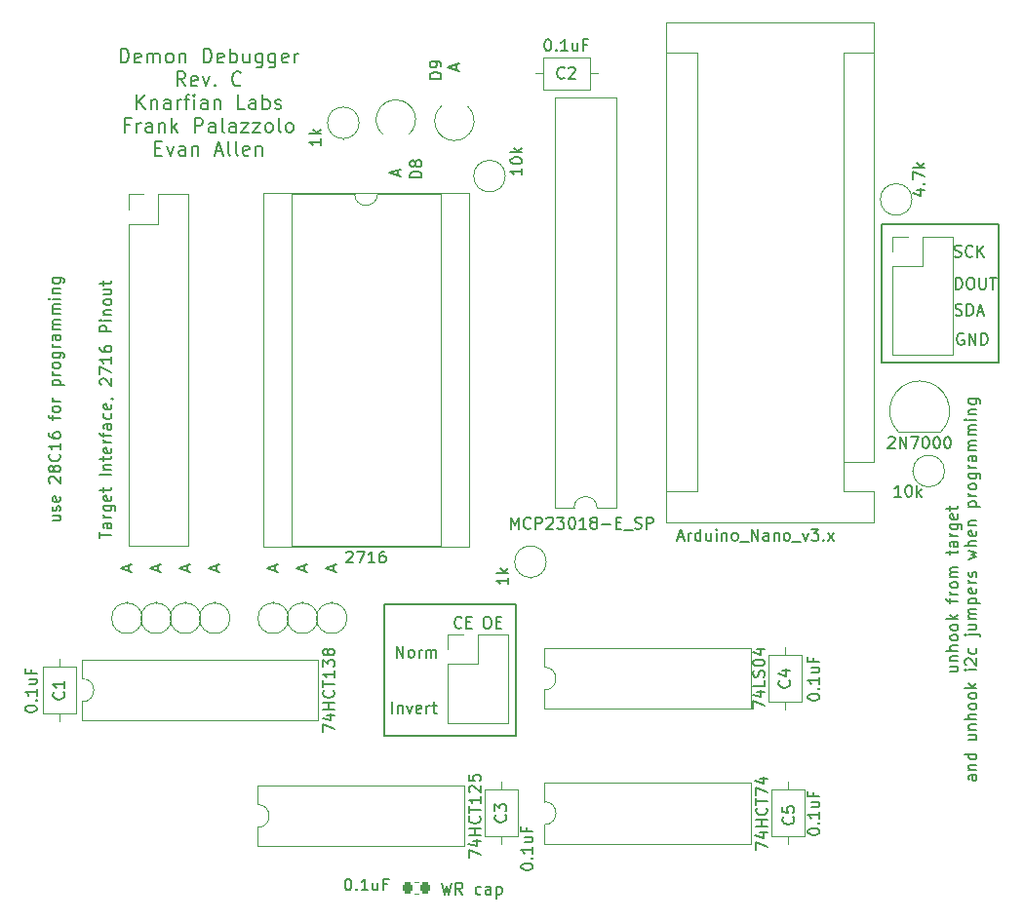
<source format=gto>
%TF.GenerationSoftware,KiCad,Pcbnew,(6.0.0)*%
%TF.CreationDate,2022-03-13T18:30:08-04:00*%
%TF.ProjectId,io_i2c,696f5f69-3263-42e6-9b69-6361645f7063,rev?*%
%TF.SameCoordinates,Original*%
%TF.FileFunction,Legend,Top*%
%TF.FilePolarity,Positive*%
%FSLAX46Y46*%
G04 Gerber Fmt 4.6, Leading zero omitted, Abs format (unit mm)*
G04 Created by KiCad (PCBNEW (6.0.0)) date 2022-03-13 18:30:08*
%MOMM*%
%LPD*%
G01*
G04 APERTURE LIST*
G04 Aperture macros list*
%AMRoundRect*
0 Rectangle with rounded corners*
0 $1 Rounding radius*
0 $2 $3 $4 $5 $6 $7 $8 $9 X,Y pos of 4 corners*
0 Add a 4 corners polygon primitive as box body*
4,1,4,$2,$3,$4,$5,$6,$7,$8,$9,$2,$3,0*
0 Add four circle primitives for the rounded corners*
1,1,$1+$1,$2,$3*
1,1,$1+$1,$4,$5*
1,1,$1+$1,$6,$7*
1,1,$1+$1,$8,$9*
0 Add four rect primitives between the rounded corners*
20,1,$1+$1,$2,$3,$4,$5,0*
20,1,$1+$1,$4,$5,$6,$7,0*
20,1,$1+$1,$6,$7,$8,$9,0*
20,1,$1+$1,$8,$9,$2,$3,0*%
G04 Aperture macros list end*
%ADD10C,0.150000*%
%ADD11C,0.120000*%
%ADD12R,1.600000X1.600000*%
%ADD13O,1.600000X1.600000*%
%ADD14C,1.600000*%
%ADD15R,1.050000X1.500000*%
%ADD16O,1.050000X1.500000*%
%ADD17R,1.700000X1.700000*%
%ADD18O,1.700000X1.700000*%
%ADD19C,3.200000*%
%ADD20RoundRect,0.225000X-0.225000X-0.250000X0.225000X-0.250000X0.225000X0.250000X-0.225000X0.250000X0*%
%ADD21R,2.200000X2.200000*%
%ADD22O,2.200000X2.200000*%
G04 APERTURE END LIST*
D10*
X140970000Y-142875000D02*
X129540000Y-142875000D01*
X129540000Y-142875000D02*
X129540000Y-154305000D01*
X129540000Y-154305000D02*
X140970000Y-154305000D01*
X140970000Y-154305000D02*
X140970000Y-142875000D01*
X172720000Y-109855000D02*
X182880000Y-109855000D01*
X182880000Y-109855000D02*
X182880000Y-121920000D01*
X182880000Y-121920000D02*
X172720000Y-121920000D01*
X172720000Y-121920000D02*
X172720000Y-109855000D01*
X179054285Y-112672761D02*
X179197142Y-112720380D01*
X179435238Y-112720380D01*
X179530476Y-112672761D01*
X179578095Y-112625142D01*
X179625714Y-112529904D01*
X179625714Y-112434666D01*
X179578095Y-112339428D01*
X179530476Y-112291809D01*
X179435238Y-112244190D01*
X179244761Y-112196571D01*
X179149523Y-112148952D01*
X179101904Y-112101333D01*
X179054285Y-112006095D01*
X179054285Y-111910857D01*
X179101904Y-111815619D01*
X179149523Y-111768000D01*
X179244761Y-111720380D01*
X179482857Y-111720380D01*
X179625714Y-111768000D01*
X180625714Y-112625142D02*
X180578095Y-112672761D01*
X180435238Y-112720380D01*
X180340000Y-112720380D01*
X180197142Y-112672761D01*
X180101904Y-112577523D01*
X180054285Y-112482285D01*
X180006666Y-112291809D01*
X180006666Y-112148952D01*
X180054285Y-111958476D01*
X180101904Y-111863238D01*
X180197142Y-111768000D01*
X180340000Y-111720380D01*
X180435238Y-111720380D01*
X180578095Y-111768000D01*
X180625714Y-111815619D01*
X181054285Y-112720380D02*
X181054285Y-111720380D01*
X181625714Y-112720380D02*
X181197142Y-112148952D01*
X181625714Y-111720380D02*
X181054285Y-112291809D01*
X179157523Y-115514380D02*
X179157523Y-114514380D01*
X179395619Y-114514380D01*
X179538476Y-114562000D01*
X179633714Y-114657238D01*
X179681333Y-114752476D01*
X179728952Y-114942952D01*
X179728952Y-115085809D01*
X179681333Y-115276285D01*
X179633714Y-115371523D01*
X179538476Y-115466761D01*
X179395619Y-115514380D01*
X179157523Y-115514380D01*
X180348000Y-114514380D02*
X180538476Y-114514380D01*
X180633714Y-114562000D01*
X180728952Y-114657238D01*
X180776571Y-114847714D01*
X180776571Y-115181047D01*
X180728952Y-115371523D01*
X180633714Y-115466761D01*
X180538476Y-115514380D01*
X180348000Y-115514380D01*
X180252761Y-115466761D01*
X180157523Y-115371523D01*
X180109904Y-115181047D01*
X180109904Y-114847714D01*
X180157523Y-114657238D01*
X180252761Y-114562000D01*
X180348000Y-114514380D01*
X181205142Y-114514380D02*
X181205142Y-115323904D01*
X181252761Y-115419142D01*
X181300380Y-115466761D01*
X181395619Y-115514380D01*
X181586095Y-115514380D01*
X181681333Y-115466761D01*
X181728952Y-115419142D01*
X181776571Y-115323904D01*
X181776571Y-114514380D01*
X182109904Y-114514380D02*
X182681333Y-114514380D01*
X182395619Y-115514380D02*
X182395619Y-114514380D01*
X179832095Y-119388000D02*
X179736857Y-119340380D01*
X179594000Y-119340380D01*
X179451142Y-119388000D01*
X179355904Y-119483238D01*
X179308285Y-119578476D01*
X179260666Y-119768952D01*
X179260666Y-119911809D01*
X179308285Y-120102285D01*
X179355904Y-120197523D01*
X179451142Y-120292761D01*
X179594000Y-120340380D01*
X179689238Y-120340380D01*
X179832095Y-120292761D01*
X179879714Y-120245142D01*
X179879714Y-119911809D01*
X179689238Y-119911809D01*
X180308285Y-120340380D02*
X180308285Y-119340380D01*
X180879714Y-120340380D01*
X180879714Y-119340380D01*
X181355904Y-120340380D02*
X181355904Y-119340380D01*
X181594000Y-119340380D01*
X181736857Y-119388000D01*
X181832095Y-119483238D01*
X181879714Y-119578476D01*
X181927333Y-119768952D01*
X181927333Y-119911809D01*
X181879714Y-120102285D01*
X181832095Y-120197523D01*
X181736857Y-120292761D01*
X181594000Y-120340380D01*
X181355904Y-120340380D01*
X106651190Y-95854476D02*
X106651190Y-94604476D01*
X106948809Y-94604476D01*
X107127380Y-94664000D01*
X107246428Y-94783047D01*
X107305952Y-94902095D01*
X107365476Y-95140190D01*
X107365476Y-95318761D01*
X107305952Y-95556857D01*
X107246428Y-95675904D01*
X107127380Y-95794952D01*
X106948809Y-95854476D01*
X106651190Y-95854476D01*
X108377380Y-95794952D02*
X108258333Y-95854476D01*
X108020238Y-95854476D01*
X107901190Y-95794952D01*
X107841666Y-95675904D01*
X107841666Y-95199714D01*
X107901190Y-95080666D01*
X108020238Y-95021142D01*
X108258333Y-95021142D01*
X108377380Y-95080666D01*
X108436904Y-95199714D01*
X108436904Y-95318761D01*
X107841666Y-95437809D01*
X108972619Y-95854476D02*
X108972619Y-95021142D01*
X108972619Y-95140190D02*
X109032142Y-95080666D01*
X109151190Y-95021142D01*
X109329761Y-95021142D01*
X109448809Y-95080666D01*
X109508333Y-95199714D01*
X109508333Y-95854476D01*
X109508333Y-95199714D02*
X109567857Y-95080666D01*
X109686904Y-95021142D01*
X109865476Y-95021142D01*
X109984523Y-95080666D01*
X110044047Y-95199714D01*
X110044047Y-95854476D01*
X110817857Y-95854476D02*
X110698809Y-95794952D01*
X110639285Y-95735428D01*
X110579761Y-95616380D01*
X110579761Y-95259238D01*
X110639285Y-95140190D01*
X110698809Y-95080666D01*
X110817857Y-95021142D01*
X110996428Y-95021142D01*
X111115476Y-95080666D01*
X111175000Y-95140190D01*
X111234523Y-95259238D01*
X111234523Y-95616380D01*
X111175000Y-95735428D01*
X111115476Y-95794952D01*
X110996428Y-95854476D01*
X110817857Y-95854476D01*
X111770238Y-95021142D02*
X111770238Y-95854476D01*
X111770238Y-95140190D02*
X111829761Y-95080666D01*
X111948809Y-95021142D01*
X112127380Y-95021142D01*
X112246428Y-95080666D01*
X112305952Y-95199714D01*
X112305952Y-95854476D01*
X113853571Y-95854476D02*
X113853571Y-94604476D01*
X114151190Y-94604476D01*
X114329761Y-94664000D01*
X114448809Y-94783047D01*
X114508333Y-94902095D01*
X114567857Y-95140190D01*
X114567857Y-95318761D01*
X114508333Y-95556857D01*
X114448809Y-95675904D01*
X114329761Y-95794952D01*
X114151190Y-95854476D01*
X113853571Y-95854476D01*
X115579761Y-95794952D02*
X115460714Y-95854476D01*
X115222619Y-95854476D01*
X115103571Y-95794952D01*
X115044047Y-95675904D01*
X115044047Y-95199714D01*
X115103571Y-95080666D01*
X115222619Y-95021142D01*
X115460714Y-95021142D01*
X115579761Y-95080666D01*
X115639285Y-95199714D01*
X115639285Y-95318761D01*
X115044047Y-95437809D01*
X116175000Y-95854476D02*
X116175000Y-94604476D01*
X116175000Y-95080666D02*
X116294047Y-95021142D01*
X116532142Y-95021142D01*
X116651190Y-95080666D01*
X116710714Y-95140190D01*
X116770238Y-95259238D01*
X116770238Y-95616380D01*
X116710714Y-95735428D01*
X116651190Y-95794952D01*
X116532142Y-95854476D01*
X116294047Y-95854476D01*
X116175000Y-95794952D01*
X117841666Y-95021142D02*
X117841666Y-95854476D01*
X117305952Y-95021142D02*
X117305952Y-95675904D01*
X117365476Y-95794952D01*
X117484523Y-95854476D01*
X117663095Y-95854476D01*
X117782142Y-95794952D01*
X117841666Y-95735428D01*
X118972619Y-95021142D02*
X118972619Y-96033047D01*
X118913095Y-96152095D01*
X118853571Y-96211619D01*
X118734523Y-96271142D01*
X118555952Y-96271142D01*
X118436904Y-96211619D01*
X118972619Y-95794952D02*
X118853571Y-95854476D01*
X118615476Y-95854476D01*
X118496428Y-95794952D01*
X118436904Y-95735428D01*
X118377380Y-95616380D01*
X118377380Y-95259238D01*
X118436904Y-95140190D01*
X118496428Y-95080666D01*
X118615476Y-95021142D01*
X118853571Y-95021142D01*
X118972619Y-95080666D01*
X120103571Y-95021142D02*
X120103571Y-96033047D01*
X120044047Y-96152095D01*
X119984523Y-96211619D01*
X119865476Y-96271142D01*
X119686904Y-96271142D01*
X119567857Y-96211619D01*
X120103571Y-95794952D02*
X119984523Y-95854476D01*
X119746428Y-95854476D01*
X119627380Y-95794952D01*
X119567857Y-95735428D01*
X119508333Y-95616380D01*
X119508333Y-95259238D01*
X119567857Y-95140190D01*
X119627380Y-95080666D01*
X119746428Y-95021142D01*
X119984523Y-95021142D01*
X120103571Y-95080666D01*
X121175000Y-95794952D02*
X121055952Y-95854476D01*
X120817857Y-95854476D01*
X120698809Y-95794952D01*
X120639285Y-95675904D01*
X120639285Y-95199714D01*
X120698809Y-95080666D01*
X120817857Y-95021142D01*
X121055952Y-95021142D01*
X121175000Y-95080666D01*
X121234523Y-95199714D01*
X121234523Y-95318761D01*
X120639285Y-95437809D01*
X121770238Y-95854476D02*
X121770238Y-95021142D01*
X121770238Y-95259238D02*
X121829761Y-95140190D01*
X121889285Y-95080666D01*
X122008333Y-95021142D01*
X122127380Y-95021142D01*
X112276190Y-97866976D02*
X111859523Y-97271738D01*
X111561904Y-97866976D02*
X111561904Y-96616976D01*
X112038095Y-96616976D01*
X112157142Y-96676500D01*
X112216666Y-96736023D01*
X112276190Y-96855071D01*
X112276190Y-97033642D01*
X112216666Y-97152690D01*
X112157142Y-97212214D01*
X112038095Y-97271738D01*
X111561904Y-97271738D01*
X113288095Y-97807452D02*
X113169047Y-97866976D01*
X112930952Y-97866976D01*
X112811904Y-97807452D01*
X112752380Y-97688404D01*
X112752380Y-97212214D01*
X112811904Y-97093166D01*
X112930952Y-97033642D01*
X113169047Y-97033642D01*
X113288095Y-97093166D01*
X113347619Y-97212214D01*
X113347619Y-97331261D01*
X112752380Y-97450309D01*
X113764285Y-97033642D02*
X114061904Y-97866976D01*
X114359523Y-97033642D01*
X114835714Y-97747928D02*
X114895238Y-97807452D01*
X114835714Y-97866976D01*
X114776190Y-97807452D01*
X114835714Y-97747928D01*
X114835714Y-97866976D01*
X117097619Y-97747928D02*
X117038095Y-97807452D01*
X116859523Y-97866976D01*
X116740476Y-97866976D01*
X116561904Y-97807452D01*
X116442857Y-97688404D01*
X116383333Y-97569357D01*
X116323809Y-97331261D01*
X116323809Y-97152690D01*
X116383333Y-96914595D01*
X116442857Y-96795547D01*
X116561904Y-96676500D01*
X116740476Y-96616976D01*
X116859523Y-96616976D01*
X117038095Y-96676500D01*
X117097619Y-96736023D01*
X108050000Y-99879476D02*
X108050000Y-98629476D01*
X108764285Y-99879476D02*
X108228571Y-99165190D01*
X108764285Y-98629476D02*
X108050000Y-99343761D01*
X109300000Y-99046142D02*
X109300000Y-99879476D01*
X109300000Y-99165190D02*
X109359523Y-99105666D01*
X109478571Y-99046142D01*
X109657142Y-99046142D01*
X109776190Y-99105666D01*
X109835714Y-99224714D01*
X109835714Y-99879476D01*
X110966666Y-99879476D02*
X110966666Y-99224714D01*
X110907142Y-99105666D01*
X110788095Y-99046142D01*
X110550000Y-99046142D01*
X110430952Y-99105666D01*
X110966666Y-99819952D02*
X110847619Y-99879476D01*
X110550000Y-99879476D01*
X110430952Y-99819952D01*
X110371428Y-99700904D01*
X110371428Y-99581857D01*
X110430952Y-99462809D01*
X110550000Y-99403285D01*
X110847619Y-99403285D01*
X110966666Y-99343761D01*
X111561904Y-99879476D02*
X111561904Y-99046142D01*
X111561904Y-99284238D02*
X111621428Y-99165190D01*
X111680952Y-99105666D01*
X111800000Y-99046142D01*
X111919047Y-99046142D01*
X112157142Y-99046142D02*
X112633333Y-99046142D01*
X112335714Y-99879476D02*
X112335714Y-98808047D01*
X112395238Y-98689000D01*
X112514285Y-98629476D01*
X112633333Y-98629476D01*
X113050000Y-99879476D02*
X113050000Y-99046142D01*
X113050000Y-98629476D02*
X112990476Y-98689000D01*
X113050000Y-98748523D01*
X113109523Y-98689000D01*
X113050000Y-98629476D01*
X113050000Y-98748523D01*
X114180952Y-99879476D02*
X114180952Y-99224714D01*
X114121428Y-99105666D01*
X114002380Y-99046142D01*
X113764285Y-99046142D01*
X113645238Y-99105666D01*
X114180952Y-99819952D02*
X114061904Y-99879476D01*
X113764285Y-99879476D01*
X113645238Y-99819952D01*
X113585714Y-99700904D01*
X113585714Y-99581857D01*
X113645238Y-99462809D01*
X113764285Y-99403285D01*
X114061904Y-99403285D01*
X114180952Y-99343761D01*
X114776190Y-99046142D02*
X114776190Y-99879476D01*
X114776190Y-99165190D02*
X114835714Y-99105666D01*
X114954761Y-99046142D01*
X115133333Y-99046142D01*
X115252380Y-99105666D01*
X115311904Y-99224714D01*
X115311904Y-99879476D01*
X117454761Y-99879476D02*
X116859523Y-99879476D01*
X116859523Y-98629476D01*
X118407142Y-99879476D02*
X118407142Y-99224714D01*
X118347619Y-99105666D01*
X118228571Y-99046142D01*
X117990476Y-99046142D01*
X117871428Y-99105666D01*
X118407142Y-99819952D02*
X118288095Y-99879476D01*
X117990476Y-99879476D01*
X117871428Y-99819952D01*
X117811904Y-99700904D01*
X117811904Y-99581857D01*
X117871428Y-99462809D01*
X117990476Y-99403285D01*
X118288095Y-99403285D01*
X118407142Y-99343761D01*
X119002380Y-99879476D02*
X119002380Y-98629476D01*
X119002380Y-99105666D02*
X119121428Y-99046142D01*
X119359523Y-99046142D01*
X119478571Y-99105666D01*
X119538095Y-99165190D01*
X119597619Y-99284238D01*
X119597619Y-99641380D01*
X119538095Y-99760428D01*
X119478571Y-99819952D01*
X119359523Y-99879476D01*
X119121428Y-99879476D01*
X119002380Y-99819952D01*
X120073809Y-99819952D02*
X120192857Y-99879476D01*
X120430952Y-99879476D01*
X120550000Y-99819952D01*
X120609523Y-99700904D01*
X120609523Y-99641380D01*
X120550000Y-99522333D01*
X120430952Y-99462809D01*
X120252380Y-99462809D01*
X120133333Y-99403285D01*
X120073809Y-99284238D01*
X120073809Y-99224714D01*
X120133333Y-99105666D01*
X120252380Y-99046142D01*
X120430952Y-99046142D01*
X120550000Y-99105666D01*
X107425000Y-101237214D02*
X107008333Y-101237214D01*
X107008333Y-101891976D02*
X107008333Y-100641976D01*
X107603571Y-100641976D01*
X108079761Y-101891976D02*
X108079761Y-101058642D01*
X108079761Y-101296738D02*
X108139285Y-101177690D01*
X108198809Y-101118166D01*
X108317857Y-101058642D01*
X108436904Y-101058642D01*
X109389285Y-101891976D02*
X109389285Y-101237214D01*
X109329761Y-101118166D01*
X109210714Y-101058642D01*
X108972619Y-101058642D01*
X108853571Y-101118166D01*
X109389285Y-101832452D02*
X109270238Y-101891976D01*
X108972619Y-101891976D01*
X108853571Y-101832452D01*
X108794047Y-101713404D01*
X108794047Y-101594357D01*
X108853571Y-101475309D01*
X108972619Y-101415785D01*
X109270238Y-101415785D01*
X109389285Y-101356261D01*
X109984523Y-101058642D02*
X109984523Y-101891976D01*
X109984523Y-101177690D02*
X110044047Y-101118166D01*
X110163095Y-101058642D01*
X110341666Y-101058642D01*
X110460714Y-101118166D01*
X110520238Y-101237214D01*
X110520238Y-101891976D01*
X111115476Y-101891976D02*
X111115476Y-100641976D01*
X111234523Y-101415785D02*
X111591666Y-101891976D01*
X111591666Y-101058642D02*
X111115476Y-101534833D01*
X113079761Y-101891976D02*
X113079761Y-100641976D01*
X113555952Y-100641976D01*
X113675000Y-100701500D01*
X113734523Y-100761023D01*
X113794047Y-100880071D01*
X113794047Y-101058642D01*
X113734523Y-101177690D01*
X113675000Y-101237214D01*
X113555952Y-101296738D01*
X113079761Y-101296738D01*
X114865476Y-101891976D02*
X114865476Y-101237214D01*
X114805952Y-101118166D01*
X114686904Y-101058642D01*
X114448809Y-101058642D01*
X114329761Y-101118166D01*
X114865476Y-101832452D02*
X114746428Y-101891976D01*
X114448809Y-101891976D01*
X114329761Y-101832452D01*
X114270238Y-101713404D01*
X114270238Y-101594357D01*
X114329761Y-101475309D01*
X114448809Y-101415785D01*
X114746428Y-101415785D01*
X114865476Y-101356261D01*
X115639285Y-101891976D02*
X115520238Y-101832452D01*
X115460714Y-101713404D01*
X115460714Y-100641976D01*
X116651190Y-101891976D02*
X116651190Y-101237214D01*
X116591666Y-101118166D01*
X116472619Y-101058642D01*
X116234523Y-101058642D01*
X116115476Y-101118166D01*
X116651190Y-101832452D02*
X116532142Y-101891976D01*
X116234523Y-101891976D01*
X116115476Y-101832452D01*
X116055952Y-101713404D01*
X116055952Y-101594357D01*
X116115476Y-101475309D01*
X116234523Y-101415785D01*
X116532142Y-101415785D01*
X116651190Y-101356261D01*
X117127380Y-101058642D02*
X117782142Y-101058642D01*
X117127380Y-101891976D01*
X117782142Y-101891976D01*
X118139285Y-101058642D02*
X118794047Y-101058642D01*
X118139285Y-101891976D01*
X118794047Y-101891976D01*
X119448809Y-101891976D02*
X119329761Y-101832452D01*
X119270238Y-101772928D01*
X119210714Y-101653880D01*
X119210714Y-101296738D01*
X119270238Y-101177690D01*
X119329761Y-101118166D01*
X119448809Y-101058642D01*
X119627380Y-101058642D01*
X119746428Y-101118166D01*
X119805952Y-101177690D01*
X119865476Y-101296738D01*
X119865476Y-101653880D01*
X119805952Y-101772928D01*
X119746428Y-101832452D01*
X119627380Y-101891976D01*
X119448809Y-101891976D01*
X120579761Y-101891976D02*
X120460714Y-101832452D01*
X120401190Y-101713404D01*
X120401190Y-100641976D01*
X121234523Y-101891976D02*
X121115476Y-101832452D01*
X121055952Y-101772928D01*
X120996428Y-101653880D01*
X120996428Y-101296738D01*
X121055952Y-101177690D01*
X121115476Y-101118166D01*
X121234523Y-101058642D01*
X121413095Y-101058642D01*
X121532142Y-101118166D01*
X121591666Y-101177690D01*
X121651190Y-101296738D01*
X121651190Y-101653880D01*
X121591666Y-101772928D01*
X121532142Y-101832452D01*
X121413095Y-101891976D01*
X121234523Y-101891976D01*
X109657142Y-103249714D02*
X110073809Y-103249714D01*
X110252380Y-103904476D02*
X109657142Y-103904476D01*
X109657142Y-102654476D01*
X110252380Y-102654476D01*
X110669047Y-103071142D02*
X110966666Y-103904476D01*
X111264285Y-103071142D01*
X112276190Y-103904476D02*
X112276190Y-103249714D01*
X112216666Y-103130666D01*
X112097619Y-103071142D01*
X111859523Y-103071142D01*
X111740476Y-103130666D01*
X112276190Y-103844952D02*
X112157142Y-103904476D01*
X111859523Y-103904476D01*
X111740476Y-103844952D01*
X111680952Y-103725904D01*
X111680952Y-103606857D01*
X111740476Y-103487809D01*
X111859523Y-103428285D01*
X112157142Y-103428285D01*
X112276190Y-103368761D01*
X112871428Y-103071142D02*
X112871428Y-103904476D01*
X112871428Y-103190190D02*
X112930952Y-103130666D01*
X113050000Y-103071142D01*
X113228571Y-103071142D01*
X113347619Y-103130666D01*
X113407142Y-103249714D01*
X113407142Y-103904476D01*
X114895238Y-103547333D02*
X115490476Y-103547333D01*
X114776190Y-103904476D02*
X115192857Y-102654476D01*
X115609523Y-103904476D01*
X116204761Y-103904476D02*
X116085714Y-103844952D01*
X116026190Y-103725904D01*
X116026190Y-102654476D01*
X116859523Y-103904476D02*
X116740476Y-103844952D01*
X116680952Y-103725904D01*
X116680952Y-102654476D01*
X117811904Y-103844952D02*
X117692857Y-103904476D01*
X117454761Y-103904476D01*
X117335714Y-103844952D01*
X117276190Y-103725904D01*
X117276190Y-103249714D01*
X117335714Y-103130666D01*
X117454761Y-103071142D01*
X117692857Y-103071142D01*
X117811904Y-103130666D01*
X117871428Y-103249714D01*
X117871428Y-103368761D01*
X117276190Y-103487809D01*
X118407142Y-103071142D02*
X118407142Y-103904476D01*
X118407142Y-103190190D02*
X118466666Y-103130666D01*
X118585714Y-103071142D01*
X118764285Y-103071142D01*
X118883333Y-103130666D01*
X118942857Y-103249714D01*
X118942857Y-103904476D01*
X179125714Y-117752761D02*
X179268571Y-117800380D01*
X179506666Y-117800380D01*
X179601904Y-117752761D01*
X179649523Y-117705142D01*
X179697142Y-117609904D01*
X179697142Y-117514666D01*
X179649523Y-117419428D01*
X179601904Y-117371809D01*
X179506666Y-117324190D01*
X179316190Y-117276571D01*
X179220952Y-117228952D01*
X179173333Y-117181333D01*
X179125714Y-117086095D01*
X179125714Y-116990857D01*
X179173333Y-116895619D01*
X179220952Y-116848000D01*
X179316190Y-116800380D01*
X179554285Y-116800380D01*
X179697142Y-116848000D01*
X180125714Y-117800380D02*
X180125714Y-116800380D01*
X180363809Y-116800380D01*
X180506666Y-116848000D01*
X180601904Y-116943238D01*
X180649523Y-117038476D01*
X180697142Y-117228952D01*
X180697142Y-117371809D01*
X180649523Y-117562285D01*
X180601904Y-117657523D01*
X180506666Y-117752761D01*
X180363809Y-117800380D01*
X180125714Y-117800380D01*
X181078095Y-117514666D02*
X181554285Y-117514666D01*
X180982857Y-117800380D02*
X181316190Y-116800380D01*
X181649523Y-117800380D01*
X134517142Y-167092380D02*
X134755238Y-168092380D01*
X134945714Y-167378095D01*
X135136190Y-168092380D01*
X135374285Y-167092380D01*
X136326666Y-168092380D02*
X135993333Y-167616190D01*
X135755238Y-168092380D02*
X135755238Y-167092380D01*
X136136190Y-167092380D01*
X136231428Y-167140000D01*
X136279047Y-167187619D01*
X136326666Y-167282857D01*
X136326666Y-167425714D01*
X136279047Y-167520952D01*
X136231428Y-167568571D01*
X136136190Y-167616190D01*
X135755238Y-167616190D01*
X137945714Y-168044761D02*
X137850476Y-168092380D01*
X137660000Y-168092380D01*
X137564761Y-168044761D01*
X137517142Y-167997142D01*
X137469523Y-167901904D01*
X137469523Y-167616190D01*
X137517142Y-167520952D01*
X137564761Y-167473333D01*
X137660000Y-167425714D01*
X137850476Y-167425714D01*
X137945714Y-167473333D01*
X138802857Y-168092380D02*
X138802857Y-167568571D01*
X138755238Y-167473333D01*
X138660000Y-167425714D01*
X138469523Y-167425714D01*
X138374285Y-167473333D01*
X138802857Y-168044761D02*
X138707619Y-168092380D01*
X138469523Y-168092380D01*
X138374285Y-168044761D01*
X138326666Y-167949523D01*
X138326666Y-167854285D01*
X138374285Y-167759047D01*
X138469523Y-167711428D01*
X138707619Y-167711428D01*
X138802857Y-167663809D01*
X139279047Y-167425714D02*
X139279047Y-168425714D01*
X139279047Y-167473333D02*
X139374285Y-167425714D01*
X139564761Y-167425714D01*
X139660000Y-167473333D01*
X139707619Y-167520952D01*
X139755238Y-167616190D01*
X139755238Y-167901904D01*
X139707619Y-167997142D01*
X139660000Y-168044761D01*
X139564761Y-168092380D01*
X139374285Y-168092380D01*
X139279047Y-168044761D01*
X136255142Y-144883142D02*
X136207523Y-144930761D01*
X136064666Y-144978380D01*
X135969428Y-144978380D01*
X135826571Y-144930761D01*
X135731333Y-144835523D01*
X135683714Y-144740285D01*
X135636095Y-144549809D01*
X135636095Y-144406952D01*
X135683714Y-144216476D01*
X135731333Y-144121238D01*
X135826571Y-144026000D01*
X135969428Y-143978380D01*
X136064666Y-143978380D01*
X136207523Y-144026000D01*
X136255142Y-144073619D01*
X136683714Y-144454571D02*
X137017047Y-144454571D01*
X137159904Y-144978380D02*
X136683714Y-144978380D01*
X136683714Y-143978380D01*
X137159904Y-143978380D01*
X130222857Y-152344380D02*
X130222857Y-151344380D01*
X130699047Y-151677714D02*
X130699047Y-152344380D01*
X130699047Y-151772952D02*
X130746666Y-151725333D01*
X130841904Y-151677714D01*
X130984761Y-151677714D01*
X131080000Y-151725333D01*
X131127619Y-151820571D01*
X131127619Y-152344380D01*
X131508571Y-151677714D02*
X131746666Y-152344380D01*
X131984761Y-151677714D01*
X132746666Y-152296761D02*
X132651428Y-152344380D01*
X132460952Y-152344380D01*
X132365714Y-152296761D01*
X132318095Y-152201523D01*
X132318095Y-151820571D01*
X132365714Y-151725333D01*
X132460952Y-151677714D01*
X132651428Y-151677714D01*
X132746666Y-151725333D01*
X132794285Y-151820571D01*
X132794285Y-151915809D01*
X132318095Y-152011047D01*
X133222857Y-152344380D02*
X133222857Y-151677714D01*
X133222857Y-151868190D02*
X133270476Y-151772952D01*
X133318095Y-151725333D01*
X133413333Y-151677714D01*
X133508571Y-151677714D01*
X133699047Y-151677714D02*
X134080000Y-151677714D01*
X133841904Y-151344380D02*
X133841904Y-152201523D01*
X133889523Y-152296761D01*
X133984761Y-152344380D01*
X134080000Y-152344380D01*
X178685714Y-148295476D02*
X179352380Y-148295476D01*
X178685714Y-148724047D02*
X179209523Y-148724047D01*
X179304761Y-148676428D01*
X179352380Y-148581190D01*
X179352380Y-148438333D01*
X179304761Y-148343095D01*
X179257142Y-148295476D01*
X178685714Y-147819285D02*
X179352380Y-147819285D01*
X178780952Y-147819285D02*
X178733333Y-147771666D01*
X178685714Y-147676428D01*
X178685714Y-147533571D01*
X178733333Y-147438333D01*
X178828571Y-147390714D01*
X179352380Y-147390714D01*
X179352380Y-146914523D02*
X178352380Y-146914523D01*
X179352380Y-146485952D02*
X178828571Y-146485952D01*
X178733333Y-146533571D01*
X178685714Y-146628809D01*
X178685714Y-146771666D01*
X178733333Y-146866904D01*
X178780952Y-146914523D01*
X179352380Y-145866904D02*
X179304761Y-145962142D01*
X179257142Y-146009761D01*
X179161904Y-146057380D01*
X178876190Y-146057380D01*
X178780952Y-146009761D01*
X178733333Y-145962142D01*
X178685714Y-145866904D01*
X178685714Y-145724047D01*
X178733333Y-145628809D01*
X178780952Y-145581190D01*
X178876190Y-145533571D01*
X179161904Y-145533571D01*
X179257142Y-145581190D01*
X179304761Y-145628809D01*
X179352380Y-145724047D01*
X179352380Y-145866904D01*
X179352380Y-144962142D02*
X179304761Y-145057380D01*
X179257142Y-145105000D01*
X179161904Y-145152619D01*
X178876190Y-145152619D01*
X178780952Y-145105000D01*
X178733333Y-145057380D01*
X178685714Y-144962142D01*
X178685714Y-144819285D01*
X178733333Y-144724047D01*
X178780952Y-144676428D01*
X178876190Y-144628809D01*
X179161904Y-144628809D01*
X179257142Y-144676428D01*
X179304761Y-144724047D01*
X179352380Y-144819285D01*
X179352380Y-144962142D01*
X179352380Y-144200238D02*
X178352380Y-144200238D01*
X178971428Y-144105000D02*
X179352380Y-143819285D01*
X178685714Y-143819285D02*
X179066666Y-144200238D01*
X178685714Y-142771666D02*
X178685714Y-142390714D01*
X179352380Y-142628809D02*
X178495238Y-142628809D01*
X178400000Y-142581190D01*
X178352380Y-142485952D01*
X178352380Y-142390714D01*
X179352380Y-142057380D02*
X178685714Y-142057380D01*
X178876190Y-142057380D02*
X178780952Y-142009761D01*
X178733333Y-141962142D01*
X178685714Y-141866904D01*
X178685714Y-141771666D01*
X179352380Y-141295476D02*
X179304761Y-141390714D01*
X179257142Y-141438333D01*
X179161904Y-141485952D01*
X178876190Y-141485952D01*
X178780952Y-141438333D01*
X178733333Y-141390714D01*
X178685714Y-141295476D01*
X178685714Y-141152619D01*
X178733333Y-141057380D01*
X178780952Y-141009761D01*
X178876190Y-140962142D01*
X179161904Y-140962142D01*
X179257142Y-141009761D01*
X179304761Y-141057380D01*
X179352380Y-141152619D01*
X179352380Y-141295476D01*
X179352380Y-140533571D02*
X178685714Y-140533571D01*
X178780952Y-140533571D02*
X178733333Y-140485952D01*
X178685714Y-140390714D01*
X178685714Y-140247857D01*
X178733333Y-140152619D01*
X178828571Y-140105000D01*
X179352380Y-140105000D01*
X178828571Y-140105000D02*
X178733333Y-140057380D01*
X178685714Y-139962142D01*
X178685714Y-139819285D01*
X178733333Y-139724047D01*
X178828571Y-139676428D01*
X179352380Y-139676428D01*
X178685714Y-138581190D02*
X178685714Y-138200238D01*
X178352380Y-138438333D02*
X179209523Y-138438333D01*
X179304761Y-138390714D01*
X179352380Y-138295476D01*
X179352380Y-138200238D01*
X179352380Y-137438333D02*
X178828571Y-137438333D01*
X178733333Y-137485952D01*
X178685714Y-137581190D01*
X178685714Y-137771666D01*
X178733333Y-137866904D01*
X179304761Y-137438333D02*
X179352380Y-137533571D01*
X179352380Y-137771666D01*
X179304761Y-137866904D01*
X179209523Y-137914523D01*
X179114285Y-137914523D01*
X179019047Y-137866904D01*
X178971428Y-137771666D01*
X178971428Y-137533571D01*
X178923809Y-137438333D01*
X179352380Y-136962142D02*
X178685714Y-136962142D01*
X178876190Y-136962142D02*
X178780952Y-136914523D01*
X178733333Y-136866904D01*
X178685714Y-136771666D01*
X178685714Y-136676428D01*
X178685714Y-135914523D02*
X179495238Y-135914523D01*
X179590476Y-135962142D01*
X179638095Y-136009761D01*
X179685714Y-136105000D01*
X179685714Y-136247857D01*
X179638095Y-136343095D01*
X179304761Y-135914523D02*
X179352380Y-136009761D01*
X179352380Y-136200238D01*
X179304761Y-136295476D01*
X179257142Y-136343095D01*
X179161904Y-136390714D01*
X178876190Y-136390714D01*
X178780952Y-136343095D01*
X178733333Y-136295476D01*
X178685714Y-136200238D01*
X178685714Y-136009761D01*
X178733333Y-135914523D01*
X179304761Y-135057380D02*
X179352380Y-135152619D01*
X179352380Y-135343095D01*
X179304761Y-135438333D01*
X179209523Y-135485952D01*
X178828571Y-135485952D01*
X178733333Y-135438333D01*
X178685714Y-135343095D01*
X178685714Y-135152619D01*
X178733333Y-135057380D01*
X178828571Y-135009761D01*
X178923809Y-135009761D01*
X179019047Y-135485952D01*
X178685714Y-134724047D02*
X178685714Y-134343095D01*
X178352380Y-134581190D02*
X179209523Y-134581190D01*
X179304761Y-134533571D01*
X179352380Y-134438333D01*
X179352380Y-134343095D01*
X180962380Y-157724047D02*
X180438571Y-157724047D01*
X180343333Y-157771666D01*
X180295714Y-157866904D01*
X180295714Y-158057380D01*
X180343333Y-158152619D01*
X180914761Y-157724047D02*
X180962380Y-157819285D01*
X180962380Y-158057380D01*
X180914761Y-158152619D01*
X180819523Y-158200238D01*
X180724285Y-158200238D01*
X180629047Y-158152619D01*
X180581428Y-158057380D01*
X180581428Y-157819285D01*
X180533809Y-157724047D01*
X180295714Y-157247857D02*
X180962380Y-157247857D01*
X180390952Y-157247857D02*
X180343333Y-157200238D01*
X180295714Y-157105000D01*
X180295714Y-156962142D01*
X180343333Y-156866904D01*
X180438571Y-156819285D01*
X180962380Y-156819285D01*
X180962380Y-155914523D02*
X179962380Y-155914523D01*
X180914761Y-155914523D02*
X180962380Y-156009761D01*
X180962380Y-156200238D01*
X180914761Y-156295476D01*
X180867142Y-156343095D01*
X180771904Y-156390714D01*
X180486190Y-156390714D01*
X180390952Y-156343095D01*
X180343333Y-156295476D01*
X180295714Y-156200238D01*
X180295714Y-156009761D01*
X180343333Y-155914523D01*
X180295714Y-154247857D02*
X180962380Y-154247857D01*
X180295714Y-154676428D02*
X180819523Y-154676428D01*
X180914761Y-154628809D01*
X180962380Y-154533571D01*
X180962380Y-154390714D01*
X180914761Y-154295476D01*
X180867142Y-154247857D01*
X180295714Y-153771666D02*
X180962380Y-153771666D01*
X180390952Y-153771666D02*
X180343333Y-153724047D01*
X180295714Y-153628809D01*
X180295714Y-153485952D01*
X180343333Y-153390714D01*
X180438571Y-153343095D01*
X180962380Y-153343095D01*
X180962380Y-152866904D02*
X179962380Y-152866904D01*
X180962380Y-152438333D02*
X180438571Y-152438333D01*
X180343333Y-152485952D01*
X180295714Y-152581190D01*
X180295714Y-152724047D01*
X180343333Y-152819285D01*
X180390952Y-152866904D01*
X180962380Y-151819285D02*
X180914761Y-151914523D01*
X180867142Y-151962142D01*
X180771904Y-152009761D01*
X180486190Y-152009761D01*
X180390952Y-151962142D01*
X180343333Y-151914523D01*
X180295714Y-151819285D01*
X180295714Y-151676428D01*
X180343333Y-151581190D01*
X180390952Y-151533571D01*
X180486190Y-151485952D01*
X180771904Y-151485952D01*
X180867142Y-151533571D01*
X180914761Y-151581190D01*
X180962380Y-151676428D01*
X180962380Y-151819285D01*
X180962380Y-150914523D02*
X180914761Y-151009761D01*
X180867142Y-151057380D01*
X180771904Y-151105000D01*
X180486190Y-151105000D01*
X180390952Y-151057380D01*
X180343333Y-151009761D01*
X180295714Y-150914523D01*
X180295714Y-150771666D01*
X180343333Y-150676428D01*
X180390952Y-150628809D01*
X180486190Y-150581190D01*
X180771904Y-150581190D01*
X180867142Y-150628809D01*
X180914761Y-150676428D01*
X180962380Y-150771666D01*
X180962380Y-150914523D01*
X180962380Y-150152619D02*
X179962380Y-150152619D01*
X180581428Y-150057380D02*
X180962380Y-149771666D01*
X180295714Y-149771666D02*
X180676666Y-150152619D01*
X180962380Y-148581190D02*
X180295714Y-148581190D01*
X179962380Y-148581190D02*
X180010000Y-148628809D01*
X180057619Y-148581190D01*
X180010000Y-148533571D01*
X179962380Y-148581190D01*
X180057619Y-148581190D01*
X180057619Y-148152619D02*
X180010000Y-148105000D01*
X179962380Y-148009761D01*
X179962380Y-147771666D01*
X180010000Y-147676428D01*
X180057619Y-147628809D01*
X180152857Y-147581190D01*
X180248095Y-147581190D01*
X180390952Y-147628809D01*
X180962380Y-148200238D01*
X180962380Y-147581190D01*
X180914761Y-146724047D02*
X180962380Y-146819285D01*
X180962380Y-147009761D01*
X180914761Y-147105000D01*
X180867142Y-147152619D01*
X180771904Y-147200238D01*
X180486190Y-147200238D01*
X180390952Y-147152619D01*
X180343333Y-147105000D01*
X180295714Y-147009761D01*
X180295714Y-146819285D01*
X180343333Y-146724047D01*
X180295714Y-145533571D02*
X181152857Y-145533571D01*
X181248095Y-145581190D01*
X181295714Y-145676428D01*
X181295714Y-145724047D01*
X179962380Y-145533571D02*
X180010000Y-145581190D01*
X180057619Y-145533571D01*
X180010000Y-145485952D01*
X179962380Y-145533571D01*
X180057619Y-145533571D01*
X180295714Y-144628809D02*
X180962380Y-144628809D01*
X180295714Y-145057380D02*
X180819523Y-145057380D01*
X180914761Y-145009761D01*
X180962380Y-144914523D01*
X180962380Y-144771666D01*
X180914761Y-144676428D01*
X180867142Y-144628809D01*
X180962380Y-144152619D02*
X180295714Y-144152619D01*
X180390952Y-144152619D02*
X180343333Y-144105000D01*
X180295714Y-144009761D01*
X180295714Y-143866904D01*
X180343333Y-143771666D01*
X180438571Y-143724047D01*
X180962380Y-143724047D01*
X180438571Y-143724047D02*
X180343333Y-143676428D01*
X180295714Y-143581190D01*
X180295714Y-143438333D01*
X180343333Y-143343095D01*
X180438571Y-143295476D01*
X180962380Y-143295476D01*
X180295714Y-142819285D02*
X181295714Y-142819285D01*
X180343333Y-142819285D02*
X180295714Y-142724047D01*
X180295714Y-142533571D01*
X180343333Y-142438333D01*
X180390952Y-142390714D01*
X180486190Y-142343095D01*
X180771904Y-142343095D01*
X180867142Y-142390714D01*
X180914761Y-142438333D01*
X180962380Y-142533571D01*
X180962380Y-142724047D01*
X180914761Y-142819285D01*
X180914761Y-141533571D02*
X180962380Y-141628809D01*
X180962380Y-141819285D01*
X180914761Y-141914523D01*
X180819523Y-141962142D01*
X180438571Y-141962142D01*
X180343333Y-141914523D01*
X180295714Y-141819285D01*
X180295714Y-141628809D01*
X180343333Y-141533571D01*
X180438571Y-141485952D01*
X180533809Y-141485952D01*
X180629047Y-141962142D01*
X180962380Y-141057380D02*
X180295714Y-141057380D01*
X180486190Y-141057380D02*
X180390952Y-141009761D01*
X180343333Y-140962142D01*
X180295714Y-140866904D01*
X180295714Y-140771666D01*
X180914761Y-140485952D02*
X180962380Y-140390714D01*
X180962380Y-140200238D01*
X180914761Y-140105000D01*
X180819523Y-140057380D01*
X180771904Y-140057380D01*
X180676666Y-140105000D01*
X180629047Y-140200238D01*
X180629047Y-140343095D01*
X180581428Y-140438333D01*
X180486190Y-140485952D01*
X180438571Y-140485952D01*
X180343333Y-140438333D01*
X180295714Y-140343095D01*
X180295714Y-140200238D01*
X180343333Y-140105000D01*
X180295714Y-138962142D02*
X180962380Y-138771666D01*
X180486190Y-138581190D01*
X180962380Y-138390714D01*
X180295714Y-138200238D01*
X180962380Y-137819285D02*
X179962380Y-137819285D01*
X180962380Y-137390714D02*
X180438571Y-137390714D01*
X180343333Y-137438333D01*
X180295714Y-137533571D01*
X180295714Y-137676428D01*
X180343333Y-137771666D01*
X180390952Y-137819285D01*
X180914761Y-136533571D02*
X180962380Y-136628809D01*
X180962380Y-136819285D01*
X180914761Y-136914523D01*
X180819523Y-136962142D01*
X180438571Y-136962142D01*
X180343333Y-136914523D01*
X180295714Y-136819285D01*
X180295714Y-136628809D01*
X180343333Y-136533571D01*
X180438571Y-136485952D01*
X180533809Y-136485952D01*
X180629047Y-136962142D01*
X180295714Y-136057380D02*
X180962380Y-136057380D01*
X180390952Y-136057380D02*
X180343333Y-136009761D01*
X180295714Y-135914523D01*
X180295714Y-135771666D01*
X180343333Y-135676428D01*
X180438571Y-135628809D01*
X180962380Y-135628809D01*
X180295714Y-134390714D02*
X181295714Y-134390714D01*
X180343333Y-134390714D02*
X180295714Y-134295476D01*
X180295714Y-134105000D01*
X180343333Y-134009761D01*
X180390952Y-133962142D01*
X180486190Y-133914523D01*
X180771904Y-133914523D01*
X180867142Y-133962142D01*
X180914761Y-134009761D01*
X180962380Y-134105000D01*
X180962380Y-134295476D01*
X180914761Y-134390714D01*
X180962380Y-133485952D02*
X180295714Y-133485952D01*
X180486190Y-133485952D02*
X180390952Y-133438333D01*
X180343333Y-133390714D01*
X180295714Y-133295476D01*
X180295714Y-133200238D01*
X180962380Y-132724047D02*
X180914761Y-132819285D01*
X180867142Y-132866904D01*
X180771904Y-132914523D01*
X180486190Y-132914523D01*
X180390952Y-132866904D01*
X180343333Y-132819285D01*
X180295714Y-132724047D01*
X180295714Y-132581190D01*
X180343333Y-132485952D01*
X180390952Y-132438333D01*
X180486190Y-132390714D01*
X180771904Y-132390714D01*
X180867142Y-132438333D01*
X180914761Y-132485952D01*
X180962380Y-132581190D01*
X180962380Y-132724047D01*
X180295714Y-131533571D02*
X181105238Y-131533571D01*
X181200476Y-131581190D01*
X181248095Y-131628809D01*
X181295714Y-131724047D01*
X181295714Y-131866904D01*
X181248095Y-131962142D01*
X180914761Y-131533571D02*
X180962380Y-131628809D01*
X180962380Y-131819285D01*
X180914761Y-131914523D01*
X180867142Y-131962142D01*
X180771904Y-132009761D01*
X180486190Y-132009761D01*
X180390952Y-131962142D01*
X180343333Y-131914523D01*
X180295714Y-131819285D01*
X180295714Y-131628809D01*
X180343333Y-131533571D01*
X180962380Y-131057380D02*
X180295714Y-131057380D01*
X180486190Y-131057380D02*
X180390952Y-131009761D01*
X180343333Y-130962142D01*
X180295714Y-130866904D01*
X180295714Y-130771666D01*
X180962380Y-130009761D02*
X180438571Y-130009761D01*
X180343333Y-130057380D01*
X180295714Y-130152619D01*
X180295714Y-130343095D01*
X180343333Y-130438333D01*
X180914761Y-130009761D02*
X180962380Y-130105000D01*
X180962380Y-130343095D01*
X180914761Y-130438333D01*
X180819523Y-130485952D01*
X180724285Y-130485952D01*
X180629047Y-130438333D01*
X180581428Y-130343095D01*
X180581428Y-130105000D01*
X180533809Y-130009761D01*
X180962380Y-129533571D02*
X180295714Y-129533571D01*
X180390952Y-129533571D02*
X180343333Y-129485952D01*
X180295714Y-129390714D01*
X180295714Y-129247857D01*
X180343333Y-129152619D01*
X180438571Y-129105000D01*
X180962380Y-129105000D01*
X180438571Y-129105000D02*
X180343333Y-129057380D01*
X180295714Y-128962142D01*
X180295714Y-128819285D01*
X180343333Y-128724047D01*
X180438571Y-128676428D01*
X180962380Y-128676428D01*
X180962380Y-128200238D02*
X180295714Y-128200238D01*
X180390952Y-128200238D02*
X180343333Y-128152619D01*
X180295714Y-128057380D01*
X180295714Y-127914523D01*
X180343333Y-127819285D01*
X180438571Y-127771666D01*
X180962380Y-127771666D01*
X180438571Y-127771666D02*
X180343333Y-127724047D01*
X180295714Y-127628809D01*
X180295714Y-127485952D01*
X180343333Y-127390714D01*
X180438571Y-127343095D01*
X180962380Y-127343095D01*
X180962380Y-126866904D02*
X180295714Y-126866904D01*
X179962380Y-126866904D02*
X180010000Y-126914523D01*
X180057619Y-126866904D01*
X180010000Y-126819285D01*
X179962380Y-126866904D01*
X180057619Y-126866904D01*
X180295714Y-126390714D02*
X180962380Y-126390714D01*
X180390952Y-126390714D02*
X180343333Y-126343095D01*
X180295714Y-126247857D01*
X180295714Y-126105000D01*
X180343333Y-126009761D01*
X180438571Y-125962142D01*
X180962380Y-125962142D01*
X180295714Y-125057380D02*
X181105238Y-125057380D01*
X181200476Y-125105000D01*
X181248095Y-125152619D01*
X181295714Y-125247857D01*
X181295714Y-125390714D01*
X181248095Y-125485952D01*
X180914761Y-125057380D02*
X180962380Y-125152619D01*
X180962380Y-125343095D01*
X180914761Y-125438333D01*
X180867142Y-125485952D01*
X180771904Y-125533571D01*
X180486190Y-125533571D01*
X180390952Y-125485952D01*
X180343333Y-125438333D01*
X180295714Y-125343095D01*
X180295714Y-125152619D01*
X180343333Y-125057380D01*
X138390380Y-143978380D02*
X138580857Y-143978380D01*
X138676095Y-144026000D01*
X138771333Y-144121238D01*
X138818952Y-144311714D01*
X138818952Y-144645047D01*
X138771333Y-144835523D01*
X138676095Y-144930761D01*
X138580857Y-144978380D01*
X138390380Y-144978380D01*
X138295142Y-144930761D01*
X138199904Y-144835523D01*
X138152285Y-144645047D01*
X138152285Y-144311714D01*
X138199904Y-144121238D01*
X138295142Y-144026000D01*
X138390380Y-143978380D01*
X139247523Y-144454571D02*
X139580857Y-144454571D01*
X139723714Y-144978380D02*
X139247523Y-144978380D01*
X139247523Y-143978380D01*
X139723714Y-143978380D01*
X100750714Y-135214047D02*
X101417380Y-135214047D01*
X100750714Y-135642619D02*
X101274523Y-135642619D01*
X101369761Y-135595000D01*
X101417380Y-135499761D01*
X101417380Y-135356904D01*
X101369761Y-135261666D01*
X101322142Y-135214047D01*
X101369761Y-134785476D02*
X101417380Y-134690238D01*
X101417380Y-134499761D01*
X101369761Y-134404523D01*
X101274523Y-134356904D01*
X101226904Y-134356904D01*
X101131666Y-134404523D01*
X101084047Y-134499761D01*
X101084047Y-134642619D01*
X101036428Y-134737857D01*
X100941190Y-134785476D01*
X100893571Y-134785476D01*
X100798333Y-134737857D01*
X100750714Y-134642619D01*
X100750714Y-134499761D01*
X100798333Y-134404523D01*
X101369761Y-133547380D02*
X101417380Y-133642619D01*
X101417380Y-133833095D01*
X101369761Y-133928333D01*
X101274523Y-133975952D01*
X100893571Y-133975952D01*
X100798333Y-133928333D01*
X100750714Y-133833095D01*
X100750714Y-133642619D01*
X100798333Y-133547380D01*
X100893571Y-133499761D01*
X100988809Y-133499761D01*
X101084047Y-133975952D01*
X100512619Y-132356904D02*
X100465000Y-132309285D01*
X100417380Y-132214047D01*
X100417380Y-131975952D01*
X100465000Y-131880714D01*
X100512619Y-131833095D01*
X100607857Y-131785476D01*
X100703095Y-131785476D01*
X100845952Y-131833095D01*
X101417380Y-132404523D01*
X101417380Y-131785476D01*
X100845952Y-131214047D02*
X100798333Y-131309285D01*
X100750714Y-131356904D01*
X100655476Y-131404523D01*
X100607857Y-131404523D01*
X100512619Y-131356904D01*
X100465000Y-131309285D01*
X100417380Y-131214047D01*
X100417380Y-131023571D01*
X100465000Y-130928333D01*
X100512619Y-130880714D01*
X100607857Y-130833095D01*
X100655476Y-130833095D01*
X100750714Y-130880714D01*
X100798333Y-130928333D01*
X100845952Y-131023571D01*
X100845952Y-131214047D01*
X100893571Y-131309285D01*
X100941190Y-131356904D01*
X101036428Y-131404523D01*
X101226904Y-131404523D01*
X101322142Y-131356904D01*
X101369761Y-131309285D01*
X101417380Y-131214047D01*
X101417380Y-131023571D01*
X101369761Y-130928333D01*
X101322142Y-130880714D01*
X101226904Y-130833095D01*
X101036428Y-130833095D01*
X100941190Y-130880714D01*
X100893571Y-130928333D01*
X100845952Y-131023571D01*
X101322142Y-129833095D02*
X101369761Y-129880714D01*
X101417380Y-130023571D01*
X101417380Y-130118809D01*
X101369761Y-130261666D01*
X101274523Y-130356904D01*
X101179285Y-130404523D01*
X100988809Y-130452142D01*
X100845952Y-130452142D01*
X100655476Y-130404523D01*
X100560238Y-130356904D01*
X100465000Y-130261666D01*
X100417380Y-130118809D01*
X100417380Y-130023571D01*
X100465000Y-129880714D01*
X100512619Y-129833095D01*
X101417380Y-128880714D02*
X101417380Y-129452142D01*
X101417380Y-129166428D02*
X100417380Y-129166428D01*
X100560238Y-129261666D01*
X100655476Y-129356904D01*
X100703095Y-129452142D01*
X100417380Y-128023571D02*
X100417380Y-128214047D01*
X100465000Y-128309285D01*
X100512619Y-128356904D01*
X100655476Y-128452142D01*
X100845952Y-128499761D01*
X101226904Y-128499761D01*
X101322142Y-128452142D01*
X101369761Y-128404523D01*
X101417380Y-128309285D01*
X101417380Y-128118809D01*
X101369761Y-128023571D01*
X101322142Y-127975952D01*
X101226904Y-127928333D01*
X100988809Y-127928333D01*
X100893571Y-127975952D01*
X100845952Y-128023571D01*
X100798333Y-128118809D01*
X100798333Y-128309285D01*
X100845952Y-128404523D01*
X100893571Y-128452142D01*
X100988809Y-128499761D01*
X100750714Y-126880714D02*
X100750714Y-126499761D01*
X101417380Y-126737857D02*
X100560238Y-126737857D01*
X100465000Y-126690238D01*
X100417380Y-126595000D01*
X100417380Y-126499761D01*
X101417380Y-126023571D02*
X101369761Y-126118809D01*
X101322142Y-126166428D01*
X101226904Y-126214047D01*
X100941190Y-126214047D01*
X100845952Y-126166428D01*
X100798333Y-126118809D01*
X100750714Y-126023571D01*
X100750714Y-125880714D01*
X100798333Y-125785476D01*
X100845952Y-125737857D01*
X100941190Y-125690238D01*
X101226904Y-125690238D01*
X101322142Y-125737857D01*
X101369761Y-125785476D01*
X101417380Y-125880714D01*
X101417380Y-126023571D01*
X101417380Y-125261666D02*
X100750714Y-125261666D01*
X100941190Y-125261666D02*
X100845952Y-125214047D01*
X100798333Y-125166428D01*
X100750714Y-125071190D01*
X100750714Y-124975952D01*
X100750714Y-123880714D02*
X101750714Y-123880714D01*
X100798333Y-123880714D02*
X100750714Y-123785476D01*
X100750714Y-123595000D01*
X100798333Y-123499761D01*
X100845952Y-123452142D01*
X100941190Y-123404523D01*
X101226904Y-123404523D01*
X101322142Y-123452142D01*
X101369761Y-123499761D01*
X101417380Y-123595000D01*
X101417380Y-123785476D01*
X101369761Y-123880714D01*
X101417380Y-122975952D02*
X100750714Y-122975952D01*
X100941190Y-122975952D02*
X100845952Y-122928333D01*
X100798333Y-122880714D01*
X100750714Y-122785476D01*
X100750714Y-122690238D01*
X101417380Y-122214047D02*
X101369761Y-122309285D01*
X101322142Y-122356904D01*
X101226904Y-122404523D01*
X100941190Y-122404523D01*
X100845952Y-122356904D01*
X100798333Y-122309285D01*
X100750714Y-122214047D01*
X100750714Y-122071190D01*
X100798333Y-121975952D01*
X100845952Y-121928333D01*
X100941190Y-121880714D01*
X101226904Y-121880714D01*
X101322142Y-121928333D01*
X101369761Y-121975952D01*
X101417380Y-122071190D01*
X101417380Y-122214047D01*
X100750714Y-121023571D02*
X101560238Y-121023571D01*
X101655476Y-121071190D01*
X101703095Y-121118809D01*
X101750714Y-121214047D01*
X101750714Y-121356904D01*
X101703095Y-121452142D01*
X101369761Y-121023571D02*
X101417380Y-121118809D01*
X101417380Y-121309285D01*
X101369761Y-121404523D01*
X101322142Y-121452142D01*
X101226904Y-121499761D01*
X100941190Y-121499761D01*
X100845952Y-121452142D01*
X100798333Y-121404523D01*
X100750714Y-121309285D01*
X100750714Y-121118809D01*
X100798333Y-121023571D01*
X101417380Y-120547380D02*
X100750714Y-120547380D01*
X100941190Y-120547380D02*
X100845952Y-120499761D01*
X100798333Y-120452142D01*
X100750714Y-120356904D01*
X100750714Y-120261666D01*
X101417380Y-119499761D02*
X100893571Y-119499761D01*
X100798333Y-119547380D01*
X100750714Y-119642619D01*
X100750714Y-119833095D01*
X100798333Y-119928333D01*
X101369761Y-119499761D02*
X101417380Y-119595000D01*
X101417380Y-119833095D01*
X101369761Y-119928333D01*
X101274523Y-119975952D01*
X101179285Y-119975952D01*
X101084047Y-119928333D01*
X101036428Y-119833095D01*
X101036428Y-119595000D01*
X100988809Y-119499761D01*
X101417380Y-119023571D02*
X100750714Y-119023571D01*
X100845952Y-119023571D02*
X100798333Y-118975952D01*
X100750714Y-118880714D01*
X100750714Y-118737857D01*
X100798333Y-118642619D01*
X100893571Y-118595000D01*
X101417380Y-118595000D01*
X100893571Y-118595000D02*
X100798333Y-118547380D01*
X100750714Y-118452142D01*
X100750714Y-118309285D01*
X100798333Y-118214047D01*
X100893571Y-118166428D01*
X101417380Y-118166428D01*
X101417380Y-117690238D02*
X100750714Y-117690238D01*
X100845952Y-117690238D02*
X100798333Y-117642619D01*
X100750714Y-117547380D01*
X100750714Y-117404523D01*
X100798333Y-117309285D01*
X100893571Y-117261666D01*
X101417380Y-117261666D01*
X100893571Y-117261666D02*
X100798333Y-117214047D01*
X100750714Y-117118809D01*
X100750714Y-116975952D01*
X100798333Y-116880714D01*
X100893571Y-116833095D01*
X101417380Y-116833095D01*
X101417380Y-116356904D02*
X100750714Y-116356904D01*
X100417380Y-116356904D02*
X100465000Y-116404523D01*
X100512619Y-116356904D01*
X100465000Y-116309285D01*
X100417380Y-116356904D01*
X100512619Y-116356904D01*
X100750714Y-115880714D02*
X101417380Y-115880714D01*
X100845952Y-115880714D02*
X100798333Y-115833095D01*
X100750714Y-115737857D01*
X100750714Y-115595000D01*
X100798333Y-115499761D01*
X100893571Y-115452142D01*
X101417380Y-115452142D01*
X100750714Y-114547380D02*
X101560238Y-114547380D01*
X101655476Y-114595000D01*
X101703095Y-114642619D01*
X101750714Y-114737857D01*
X101750714Y-114880714D01*
X101703095Y-114975952D01*
X101369761Y-114547380D02*
X101417380Y-114642619D01*
X101417380Y-114833095D01*
X101369761Y-114928333D01*
X101322142Y-114975952D01*
X101226904Y-115023571D01*
X100941190Y-115023571D01*
X100845952Y-114975952D01*
X100798333Y-114928333D01*
X100750714Y-114833095D01*
X100750714Y-114642619D01*
X100798333Y-114547380D01*
X130619714Y-147518380D02*
X130619714Y-146518380D01*
X131191142Y-147518380D01*
X131191142Y-146518380D01*
X131810190Y-147518380D02*
X131714952Y-147470761D01*
X131667333Y-147423142D01*
X131619714Y-147327904D01*
X131619714Y-147042190D01*
X131667333Y-146946952D01*
X131714952Y-146899333D01*
X131810190Y-146851714D01*
X131953047Y-146851714D01*
X132048285Y-146899333D01*
X132095904Y-146946952D01*
X132143523Y-147042190D01*
X132143523Y-147327904D01*
X132095904Y-147423142D01*
X132048285Y-147470761D01*
X131953047Y-147518380D01*
X131810190Y-147518380D01*
X132572095Y-147518380D02*
X132572095Y-146851714D01*
X132572095Y-147042190D02*
X132619714Y-146946952D01*
X132667333Y-146899333D01*
X132762571Y-146851714D01*
X132857809Y-146851714D01*
X133191142Y-147518380D02*
X133191142Y-146851714D01*
X133191142Y-146946952D02*
X133238761Y-146899333D01*
X133334000Y-146851714D01*
X133476857Y-146851714D01*
X133572095Y-146899333D01*
X133619714Y-146994571D01*
X133619714Y-147518380D01*
X133619714Y-146994571D02*
X133667333Y-146899333D01*
X133762571Y-146851714D01*
X133905428Y-146851714D01*
X134000666Y-146899333D01*
X134048285Y-146994571D01*
X134048285Y-147518380D01*
%TO.C,U1*%
X126249503Y-138384130D02*
X126297122Y-138336511D01*
X126392360Y-138288891D01*
X126630455Y-138288891D01*
X126725693Y-138336511D01*
X126773312Y-138384130D01*
X126820931Y-138479368D01*
X126820931Y-138574606D01*
X126773312Y-138717463D01*
X126201884Y-139288891D01*
X126820931Y-139288891D01*
X127154265Y-138288891D02*
X127820931Y-138288891D01*
X127392360Y-139288891D01*
X128725693Y-139288891D02*
X128154265Y-139288891D01*
X128439979Y-139288891D02*
X128439979Y-138288891D01*
X128344741Y-138431749D01*
X128249503Y-138526987D01*
X128154265Y-138574606D01*
X129582836Y-138288891D02*
X129392360Y-138288891D01*
X129297122Y-138336511D01*
X129249503Y-138384130D01*
X129154265Y-138526987D01*
X129106646Y-138717463D01*
X129106646Y-139098415D01*
X129154265Y-139193653D01*
X129201884Y-139241272D01*
X129297122Y-139288891D01*
X129487598Y-139288891D01*
X129582836Y-139241272D01*
X129630455Y-139193653D01*
X129678074Y-139098415D01*
X129678074Y-138860320D01*
X129630455Y-138765082D01*
X129582836Y-138717463D01*
X129487598Y-138669844D01*
X129297122Y-138669844D01*
X129201884Y-138717463D01*
X129154265Y-138765082D01*
X129106646Y-138860320D01*
%TO.C,U2*%
X161802380Y-164202666D02*
X161802380Y-163536000D01*
X162802380Y-163964571D01*
X162135714Y-162726476D02*
X162802380Y-162726476D01*
X161754761Y-162964571D02*
X162469047Y-163202666D01*
X162469047Y-162583619D01*
X162802380Y-162202666D02*
X161802380Y-162202666D01*
X162278571Y-162202666D02*
X162278571Y-161631238D01*
X162802380Y-161631238D02*
X161802380Y-161631238D01*
X162707142Y-160583619D02*
X162754761Y-160631238D01*
X162802380Y-160774095D01*
X162802380Y-160869333D01*
X162754761Y-161012190D01*
X162659523Y-161107428D01*
X162564285Y-161155047D01*
X162373809Y-161202666D01*
X162230952Y-161202666D01*
X162040476Y-161155047D01*
X161945238Y-161107428D01*
X161850000Y-161012190D01*
X161802380Y-160869333D01*
X161802380Y-160774095D01*
X161850000Y-160631238D01*
X161897619Y-160583619D01*
X161802380Y-160297904D02*
X161802380Y-159726476D01*
X162802380Y-160012190D02*
X161802380Y-160012190D01*
X161802380Y-159488380D02*
X161802380Y-158821714D01*
X162802380Y-159250285D01*
X162135714Y-158012190D02*
X162802380Y-158012190D01*
X161754761Y-158250285D02*
X162469047Y-158488380D01*
X162469047Y-157869333D01*
%TO.C,C1*%
X101703142Y-150534666D02*
X101750761Y-150582285D01*
X101798380Y-150725142D01*
X101798380Y-150820380D01*
X101750761Y-150963238D01*
X101655523Y-151058476D01*
X101560285Y-151106095D01*
X101369809Y-151153714D01*
X101226952Y-151153714D01*
X101036476Y-151106095D01*
X100941238Y-151058476D01*
X100846000Y-150963238D01*
X100798380Y-150820380D01*
X100798380Y-150725142D01*
X100846000Y-150582285D01*
X100893619Y-150534666D01*
X101798380Y-149582285D02*
X101798380Y-150153714D01*
X101798380Y-149868000D02*
X100798380Y-149868000D01*
X100941238Y-149963238D01*
X101036476Y-150058476D01*
X101084095Y-150153714D01*
X98378380Y-152010857D02*
X98378380Y-151915619D01*
X98426000Y-151820380D01*
X98473619Y-151772761D01*
X98568857Y-151725142D01*
X98759333Y-151677523D01*
X98997428Y-151677523D01*
X99187904Y-151725142D01*
X99283142Y-151772761D01*
X99330761Y-151820380D01*
X99378380Y-151915619D01*
X99378380Y-152010857D01*
X99330761Y-152106095D01*
X99283142Y-152153714D01*
X99187904Y-152201333D01*
X98997428Y-152248952D01*
X98759333Y-152248952D01*
X98568857Y-152201333D01*
X98473619Y-152153714D01*
X98426000Y-152106095D01*
X98378380Y-152010857D01*
X99283142Y-151248952D02*
X99330761Y-151201333D01*
X99378380Y-151248952D01*
X99330761Y-151296571D01*
X99283142Y-151248952D01*
X99378380Y-151248952D01*
X99378380Y-150248952D02*
X99378380Y-150820380D01*
X99378380Y-150534666D02*
X98378380Y-150534666D01*
X98521238Y-150629904D01*
X98616476Y-150725142D01*
X98664095Y-150820380D01*
X98711714Y-149391809D02*
X99378380Y-149391809D01*
X98711714Y-149820380D02*
X99235523Y-149820380D01*
X99330761Y-149772761D01*
X99378380Y-149677523D01*
X99378380Y-149534666D01*
X99330761Y-149439428D01*
X99283142Y-149391809D01*
X98854571Y-148582285D02*
X98854571Y-148915619D01*
X99378380Y-148915619D02*
X98378380Y-148915619D01*
X98378380Y-148439428D01*
%TO.C,C2*%
X145181333Y-97131142D02*
X145133714Y-97178761D01*
X144990857Y-97226380D01*
X144895619Y-97226380D01*
X144752761Y-97178761D01*
X144657523Y-97083523D01*
X144609904Y-96988285D01*
X144562285Y-96797809D01*
X144562285Y-96654952D01*
X144609904Y-96464476D01*
X144657523Y-96369238D01*
X144752761Y-96274000D01*
X144895619Y-96226380D01*
X144990857Y-96226380D01*
X145133714Y-96274000D01*
X145181333Y-96321619D01*
X145562285Y-96321619D02*
X145609904Y-96274000D01*
X145705142Y-96226380D01*
X145943238Y-96226380D01*
X146038476Y-96274000D01*
X146086095Y-96321619D01*
X146133714Y-96416857D01*
X146133714Y-96512095D01*
X146086095Y-96654952D01*
X145514666Y-97226380D01*
X146133714Y-97226380D01*
X143705142Y-93806380D02*
X143800380Y-93806380D01*
X143895619Y-93854000D01*
X143943238Y-93901619D01*
X143990857Y-93996857D01*
X144038476Y-94187333D01*
X144038476Y-94425428D01*
X143990857Y-94615904D01*
X143943238Y-94711142D01*
X143895619Y-94758761D01*
X143800380Y-94806380D01*
X143705142Y-94806380D01*
X143609904Y-94758761D01*
X143562285Y-94711142D01*
X143514666Y-94615904D01*
X143467047Y-94425428D01*
X143467047Y-94187333D01*
X143514666Y-93996857D01*
X143562285Y-93901619D01*
X143609904Y-93854000D01*
X143705142Y-93806380D01*
X144467047Y-94711142D02*
X144514666Y-94758761D01*
X144467047Y-94806380D01*
X144419428Y-94758761D01*
X144467047Y-94711142D01*
X144467047Y-94806380D01*
X145467047Y-94806380D02*
X144895619Y-94806380D01*
X145181333Y-94806380D02*
X145181333Y-93806380D01*
X145086095Y-93949238D01*
X144990857Y-94044476D01*
X144895619Y-94092095D01*
X146324190Y-94139714D02*
X146324190Y-94806380D01*
X145895619Y-94139714D02*
X145895619Y-94663523D01*
X145943238Y-94758761D01*
X146038476Y-94806380D01*
X146181333Y-94806380D01*
X146276571Y-94758761D01*
X146324190Y-94711142D01*
X147133714Y-94282571D02*
X146800380Y-94282571D01*
X146800380Y-94806380D02*
X146800380Y-93806380D01*
X147276571Y-93806380D01*
%TO.C,U4*%
X124225380Y-154000857D02*
X124225380Y-153334190D01*
X125225380Y-153762761D01*
X124558714Y-152524666D02*
X125225380Y-152524666D01*
X124177761Y-152762761D02*
X124892047Y-153000857D01*
X124892047Y-152381809D01*
X125225380Y-152000857D02*
X124225380Y-152000857D01*
X124701571Y-152000857D02*
X124701571Y-151429428D01*
X125225380Y-151429428D02*
X124225380Y-151429428D01*
X125130142Y-150381809D02*
X125177761Y-150429428D01*
X125225380Y-150572285D01*
X125225380Y-150667523D01*
X125177761Y-150810380D01*
X125082523Y-150905619D01*
X124987285Y-150953238D01*
X124796809Y-151000857D01*
X124653952Y-151000857D01*
X124463476Y-150953238D01*
X124368238Y-150905619D01*
X124273000Y-150810380D01*
X124225380Y-150667523D01*
X124225380Y-150572285D01*
X124273000Y-150429428D01*
X124320619Y-150381809D01*
X124225380Y-150096095D02*
X124225380Y-149524666D01*
X125225380Y-149810380D02*
X124225380Y-149810380D01*
X125225380Y-148667523D02*
X125225380Y-149238952D01*
X125225380Y-148953238D02*
X124225380Y-148953238D01*
X124368238Y-149048476D01*
X124463476Y-149143714D01*
X124511095Y-149238952D01*
X124225380Y-148334190D02*
X124225380Y-147715142D01*
X124606333Y-148048476D01*
X124606333Y-147905619D01*
X124653952Y-147810380D01*
X124701571Y-147762761D01*
X124796809Y-147715142D01*
X125034904Y-147715142D01*
X125130142Y-147762761D01*
X125177761Y-147810380D01*
X125225380Y-147905619D01*
X125225380Y-148191333D01*
X125177761Y-148286571D01*
X125130142Y-148334190D01*
X124653952Y-147143714D02*
X124606333Y-147238952D01*
X124558714Y-147286571D01*
X124463476Y-147334190D01*
X124415857Y-147334190D01*
X124320619Y-147286571D01*
X124273000Y-147238952D01*
X124225380Y-147143714D01*
X124225380Y-146953238D01*
X124273000Y-146858000D01*
X124320619Y-146810380D01*
X124415857Y-146762761D01*
X124463476Y-146762761D01*
X124558714Y-146810380D01*
X124606333Y-146858000D01*
X124653952Y-146953238D01*
X124653952Y-147143714D01*
X124701571Y-147238952D01*
X124749190Y-147286571D01*
X124844428Y-147334190D01*
X125034904Y-147334190D01*
X125130142Y-147286571D01*
X125177761Y-147238952D01*
X125225380Y-147143714D01*
X125225380Y-146953238D01*
X125177761Y-146858000D01*
X125130142Y-146810380D01*
X125034904Y-146762761D01*
X124844428Y-146762761D01*
X124749190Y-146810380D01*
X124701571Y-146858000D01*
X124653952Y-146953238D01*
%TO.C,U3*%
X136905380Y-164922857D02*
X136905380Y-164256190D01*
X137905380Y-164684761D01*
X137238714Y-163446666D02*
X137905380Y-163446666D01*
X136857761Y-163684761D02*
X137572047Y-163922857D01*
X137572047Y-163303809D01*
X137905380Y-162922857D02*
X136905380Y-162922857D01*
X137381571Y-162922857D02*
X137381571Y-162351428D01*
X137905380Y-162351428D02*
X136905380Y-162351428D01*
X137810142Y-161303809D02*
X137857761Y-161351428D01*
X137905380Y-161494285D01*
X137905380Y-161589523D01*
X137857761Y-161732380D01*
X137762523Y-161827619D01*
X137667285Y-161875238D01*
X137476809Y-161922857D01*
X137333952Y-161922857D01*
X137143476Y-161875238D01*
X137048238Y-161827619D01*
X136953000Y-161732380D01*
X136905380Y-161589523D01*
X136905380Y-161494285D01*
X136953000Y-161351428D01*
X137000619Y-161303809D01*
X136905380Y-161018095D02*
X136905380Y-160446666D01*
X137905380Y-160732380D02*
X136905380Y-160732380D01*
X137905380Y-159589523D02*
X137905380Y-160160952D01*
X137905380Y-159875238D02*
X136905380Y-159875238D01*
X137048238Y-159970476D01*
X137143476Y-160065714D01*
X137191095Y-160160952D01*
X137000619Y-159208571D02*
X136953000Y-159160952D01*
X136905380Y-159065714D01*
X136905380Y-158827619D01*
X136953000Y-158732380D01*
X137000619Y-158684761D01*
X137095857Y-158637142D01*
X137191095Y-158637142D01*
X137333952Y-158684761D01*
X137905380Y-159256190D01*
X137905380Y-158637142D01*
X136905380Y-157732380D02*
X136905380Y-158208571D01*
X137381571Y-158256190D01*
X137333952Y-158208571D01*
X137286333Y-158113333D01*
X137286333Y-157875238D01*
X137333952Y-157780000D01*
X137381571Y-157732380D01*
X137476809Y-157684761D01*
X137714904Y-157684761D01*
X137810142Y-157732380D01*
X137857761Y-157780000D01*
X137905380Y-157875238D01*
X137905380Y-158113333D01*
X137857761Y-158208571D01*
X137810142Y-158256190D01*
%TO.C,C3*%
X140057142Y-161202666D02*
X140104761Y-161250285D01*
X140152380Y-161393142D01*
X140152380Y-161488380D01*
X140104761Y-161631238D01*
X140009523Y-161726476D01*
X139914285Y-161774095D01*
X139723809Y-161821714D01*
X139580952Y-161821714D01*
X139390476Y-161774095D01*
X139295238Y-161726476D01*
X139200000Y-161631238D01*
X139152380Y-161488380D01*
X139152380Y-161393142D01*
X139200000Y-161250285D01*
X139247619Y-161202666D01*
X139152380Y-160869333D02*
X139152380Y-160250285D01*
X139533333Y-160583619D01*
X139533333Y-160440761D01*
X139580952Y-160345523D01*
X139628571Y-160297904D01*
X139723809Y-160250285D01*
X139961904Y-160250285D01*
X140057142Y-160297904D01*
X140104761Y-160345523D01*
X140152380Y-160440761D01*
X140152380Y-160726476D01*
X140104761Y-160821714D01*
X140057142Y-160869333D01*
X141438380Y-165726857D02*
X141438380Y-165631619D01*
X141486000Y-165536380D01*
X141533619Y-165488761D01*
X141628857Y-165441142D01*
X141819333Y-165393523D01*
X142057428Y-165393523D01*
X142247904Y-165441142D01*
X142343142Y-165488761D01*
X142390761Y-165536380D01*
X142438380Y-165631619D01*
X142438380Y-165726857D01*
X142390761Y-165822095D01*
X142343142Y-165869714D01*
X142247904Y-165917333D01*
X142057428Y-165964952D01*
X141819333Y-165964952D01*
X141628857Y-165917333D01*
X141533619Y-165869714D01*
X141486000Y-165822095D01*
X141438380Y-165726857D01*
X142343142Y-164964952D02*
X142390761Y-164917333D01*
X142438380Y-164964952D01*
X142390761Y-165012571D01*
X142343142Y-164964952D01*
X142438380Y-164964952D01*
X142438380Y-163964952D02*
X142438380Y-164536380D01*
X142438380Y-164250666D02*
X141438380Y-164250666D01*
X141581238Y-164345904D01*
X141676476Y-164441142D01*
X141724095Y-164536380D01*
X141771714Y-163107809D02*
X142438380Y-163107809D01*
X141771714Y-163536380D02*
X142295523Y-163536380D01*
X142390761Y-163488761D01*
X142438380Y-163393523D01*
X142438380Y-163250666D01*
X142390761Y-163155428D01*
X142343142Y-163107809D01*
X141914571Y-162298285D02*
X141914571Y-162631619D01*
X142438380Y-162631619D02*
X141438380Y-162631619D01*
X141438380Y-162155428D01*
%TO.C,Q1*%
X173307714Y-128427619D02*
X173355333Y-128380000D01*
X173450571Y-128332380D01*
X173688666Y-128332380D01*
X173783904Y-128380000D01*
X173831523Y-128427619D01*
X173879142Y-128522857D01*
X173879142Y-128618095D01*
X173831523Y-128760952D01*
X173260095Y-129332380D01*
X173879142Y-129332380D01*
X174307714Y-129332380D02*
X174307714Y-128332380D01*
X174879142Y-129332380D01*
X174879142Y-128332380D01*
X175260095Y-128332380D02*
X175926761Y-128332380D01*
X175498190Y-129332380D01*
X176498190Y-128332380D02*
X176593428Y-128332380D01*
X176688666Y-128380000D01*
X176736285Y-128427619D01*
X176783904Y-128522857D01*
X176831523Y-128713333D01*
X176831523Y-128951428D01*
X176783904Y-129141904D01*
X176736285Y-129237142D01*
X176688666Y-129284761D01*
X176593428Y-129332380D01*
X176498190Y-129332380D01*
X176402952Y-129284761D01*
X176355333Y-129237142D01*
X176307714Y-129141904D01*
X176260095Y-128951428D01*
X176260095Y-128713333D01*
X176307714Y-128522857D01*
X176355333Y-128427619D01*
X176402952Y-128380000D01*
X176498190Y-128332380D01*
X177450571Y-128332380D02*
X177545809Y-128332380D01*
X177641047Y-128380000D01*
X177688666Y-128427619D01*
X177736285Y-128522857D01*
X177783904Y-128713333D01*
X177783904Y-128951428D01*
X177736285Y-129141904D01*
X177688666Y-129237142D01*
X177641047Y-129284761D01*
X177545809Y-129332380D01*
X177450571Y-129332380D01*
X177355333Y-129284761D01*
X177307714Y-129237142D01*
X177260095Y-129141904D01*
X177212476Y-128951428D01*
X177212476Y-128713333D01*
X177260095Y-128522857D01*
X177307714Y-128427619D01*
X177355333Y-128380000D01*
X177450571Y-128332380D01*
X178402952Y-128332380D02*
X178498190Y-128332380D01*
X178593428Y-128380000D01*
X178641047Y-128427619D01*
X178688666Y-128522857D01*
X178736285Y-128713333D01*
X178736285Y-128951428D01*
X178688666Y-129141904D01*
X178641047Y-129237142D01*
X178593428Y-129284761D01*
X178498190Y-129332380D01*
X178402952Y-129332380D01*
X178307714Y-129284761D01*
X178260095Y-129237142D01*
X178212476Y-129141904D01*
X178164857Y-128951428D01*
X178164857Y-128713333D01*
X178212476Y-128522857D01*
X178260095Y-128427619D01*
X178307714Y-128380000D01*
X178402952Y-128332380D01*
%TO.C,A1*%
X155049904Y-137072666D02*
X155526095Y-137072666D01*
X154954666Y-137358380D02*
X155288000Y-136358380D01*
X155621333Y-137358380D01*
X155954666Y-137358380D02*
X155954666Y-136691714D01*
X155954666Y-136882190D02*
X156002285Y-136786952D01*
X156049904Y-136739333D01*
X156145142Y-136691714D01*
X156240380Y-136691714D01*
X157002285Y-137358380D02*
X157002285Y-136358380D01*
X157002285Y-137310761D02*
X156907047Y-137358380D01*
X156716571Y-137358380D01*
X156621333Y-137310761D01*
X156573714Y-137263142D01*
X156526095Y-137167904D01*
X156526095Y-136882190D01*
X156573714Y-136786952D01*
X156621333Y-136739333D01*
X156716571Y-136691714D01*
X156907047Y-136691714D01*
X157002285Y-136739333D01*
X157907047Y-136691714D02*
X157907047Y-137358380D01*
X157478476Y-136691714D02*
X157478476Y-137215523D01*
X157526095Y-137310761D01*
X157621333Y-137358380D01*
X157764190Y-137358380D01*
X157859428Y-137310761D01*
X157907047Y-137263142D01*
X158383238Y-137358380D02*
X158383238Y-136691714D01*
X158383238Y-136358380D02*
X158335619Y-136406000D01*
X158383238Y-136453619D01*
X158430857Y-136406000D01*
X158383238Y-136358380D01*
X158383238Y-136453619D01*
X158859428Y-136691714D02*
X158859428Y-137358380D01*
X158859428Y-136786952D02*
X158907047Y-136739333D01*
X159002285Y-136691714D01*
X159145142Y-136691714D01*
X159240380Y-136739333D01*
X159288000Y-136834571D01*
X159288000Y-137358380D01*
X159907047Y-137358380D02*
X159811809Y-137310761D01*
X159764190Y-137263142D01*
X159716571Y-137167904D01*
X159716571Y-136882190D01*
X159764190Y-136786952D01*
X159811809Y-136739333D01*
X159907047Y-136691714D01*
X160049904Y-136691714D01*
X160145142Y-136739333D01*
X160192761Y-136786952D01*
X160240380Y-136882190D01*
X160240380Y-137167904D01*
X160192761Y-137263142D01*
X160145142Y-137310761D01*
X160049904Y-137358380D01*
X159907047Y-137358380D01*
X160430857Y-137453619D02*
X161192761Y-137453619D01*
X161430857Y-137358380D02*
X161430857Y-136358380D01*
X162002285Y-137358380D01*
X162002285Y-136358380D01*
X162907047Y-137358380D02*
X162907047Y-136834571D01*
X162859428Y-136739333D01*
X162764190Y-136691714D01*
X162573714Y-136691714D01*
X162478476Y-136739333D01*
X162907047Y-137310761D02*
X162811809Y-137358380D01*
X162573714Y-137358380D01*
X162478476Y-137310761D01*
X162430857Y-137215523D01*
X162430857Y-137120285D01*
X162478476Y-137025047D01*
X162573714Y-136977428D01*
X162811809Y-136977428D01*
X162907047Y-136929809D01*
X163383238Y-136691714D02*
X163383238Y-137358380D01*
X163383238Y-136786952D02*
X163430857Y-136739333D01*
X163526095Y-136691714D01*
X163668952Y-136691714D01*
X163764190Y-136739333D01*
X163811809Y-136834571D01*
X163811809Y-137358380D01*
X164430857Y-137358380D02*
X164335619Y-137310761D01*
X164288000Y-137263142D01*
X164240380Y-137167904D01*
X164240380Y-136882190D01*
X164288000Y-136786952D01*
X164335619Y-136739333D01*
X164430857Y-136691714D01*
X164573714Y-136691714D01*
X164668952Y-136739333D01*
X164716571Y-136786952D01*
X164764190Y-136882190D01*
X164764190Y-137167904D01*
X164716571Y-137263142D01*
X164668952Y-137310761D01*
X164573714Y-137358380D01*
X164430857Y-137358380D01*
X164954666Y-137453619D02*
X165716571Y-137453619D01*
X165859428Y-136691714D02*
X166097523Y-137358380D01*
X166335619Y-136691714D01*
X166621333Y-136358380D02*
X167240380Y-136358380D01*
X166907047Y-136739333D01*
X167049904Y-136739333D01*
X167145142Y-136786952D01*
X167192761Y-136834571D01*
X167240380Y-136929809D01*
X167240380Y-137167904D01*
X167192761Y-137263142D01*
X167145142Y-137310761D01*
X167049904Y-137358380D01*
X166764190Y-137358380D01*
X166668952Y-137310761D01*
X166621333Y-137263142D01*
X167668952Y-137263142D02*
X167716571Y-137310761D01*
X167668952Y-137358380D01*
X167621333Y-137310761D01*
X167668952Y-137263142D01*
X167668952Y-137358380D01*
X168049904Y-137358380D02*
X168573714Y-136691714D01*
X168049904Y-136691714D02*
X168573714Y-137358380D01*
%TO.C,D7*%
X125149666Y-140004409D02*
X125149666Y-139528218D01*
X125435380Y-140099647D02*
X124435380Y-139766314D01*
X125435380Y-139432980D01*
%TO.C,R1*%
X175807714Y-106904571D02*
X176474380Y-106904571D01*
X175426761Y-107142666D02*
X176141047Y-107380761D01*
X176141047Y-106761714D01*
X176379142Y-106380761D02*
X176426761Y-106333142D01*
X176474380Y-106380761D01*
X176426761Y-106428380D01*
X176379142Y-106380761D01*
X176474380Y-106380761D01*
X175474380Y-105999809D02*
X175474380Y-105333142D01*
X176474380Y-105761714D01*
X176474380Y-104952190D02*
X175474380Y-104952190D01*
X176093428Y-104856952D02*
X176474380Y-104571238D01*
X175807714Y-104571238D02*
X176188666Y-104952190D01*
%TO.C,D3*%
X112449666Y-140004409D02*
X112449666Y-139528218D01*
X112735380Y-140099647D02*
X111735380Y-139766314D01*
X112735380Y-139432980D01*
%TO.C,C5*%
X165031142Y-161384666D02*
X165078761Y-161432285D01*
X165126380Y-161575142D01*
X165126380Y-161670380D01*
X165078761Y-161813238D01*
X164983523Y-161908476D01*
X164888285Y-161956095D01*
X164697809Y-162003714D01*
X164554952Y-162003714D01*
X164364476Y-161956095D01*
X164269238Y-161908476D01*
X164174000Y-161813238D01*
X164126380Y-161670380D01*
X164126380Y-161575142D01*
X164174000Y-161432285D01*
X164221619Y-161384666D01*
X164126380Y-160479904D02*
X164126380Y-160956095D01*
X164602571Y-161003714D01*
X164554952Y-160956095D01*
X164507333Y-160860857D01*
X164507333Y-160622761D01*
X164554952Y-160527523D01*
X164602571Y-160479904D01*
X164697809Y-160432285D01*
X164935904Y-160432285D01*
X165031142Y-160479904D01*
X165078761Y-160527523D01*
X165126380Y-160622761D01*
X165126380Y-160860857D01*
X165078761Y-160956095D01*
X165031142Y-161003714D01*
X166330380Y-162678857D02*
X166330380Y-162583619D01*
X166378000Y-162488380D01*
X166425619Y-162440761D01*
X166520857Y-162393142D01*
X166711333Y-162345523D01*
X166949428Y-162345523D01*
X167139904Y-162393142D01*
X167235142Y-162440761D01*
X167282761Y-162488380D01*
X167330380Y-162583619D01*
X167330380Y-162678857D01*
X167282761Y-162774095D01*
X167235142Y-162821714D01*
X167139904Y-162869333D01*
X166949428Y-162916952D01*
X166711333Y-162916952D01*
X166520857Y-162869333D01*
X166425619Y-162821714D01*
X166378000Y-162774095D01*
X166330380Y-162678857D01*
X167235142Y-161916952D02*
X167282761Y-161869333D01*
X167330380Y-161916952D01*
X167282761Y-161964571D01*
X167235142Y-161916952D01*
X167330380Y-161916952D01*
X167330380Y-160916952D02*
X167330380Y-161488380D01*
X167330380Y-161202666D02*
X166330380Y-161202666D01*
X166473238Y-161297904D01*
X166568476Y-161393142D01*
X166616095Y-161488380D01*
X166663714Y-160059809D02*
X167330380Y-160059809D01*
X166663714Y-160488380D02*
X167187523Y-160488380D01*
X167282761Y-160440761D01*
X167330380Y-160345523D01*
X167330380Y-160202666D01*
X167282761Y-160107428D01*
X167235142Y-160059809D01*
X166806571Y-159250285D02*
X166806571Y-159583619D01*
X167330380Y-159583619D02*
X166330380Y-159583619D01*
X166330380Y-159107428D01*
%TO.C,R3*%
X124066380Y-102452047D02*
X124066380Y-103023476D01*
X124066380Y-102737761D02*
X123066380Y-102737761D01*
X123209238Y-102833000D01*
X123304476Y-102928238D01*
X123352095Y-103023476D01*
X124066380Y-102023476D02*
X123066380Y-102023476D01*
X123685428Y-101928238D02*
X124066380Y-101642523D01*
X123399714Y-101642523D02*
X123780666Y-102023476D01*
%TO.C,U6*%
X140542142Y-136342380D02*
X140542142Y-135342380D01*
X140875476Y-136056666D01*
X141208809Y-135342380D01*
X141208809Y-136342380D01*
X142256428Y-136247142D02*
X142208809Y-136294761D01*
X142065952Y-136342380D01*
X141970714Y-136342380D01*
X141827857Y-136294761D01*
X141732619Y-136199523D01*
X141685000Y-136104285D01*
X141637380Y-135913809D01*
X141637380Y-135770952D01*
X141685000Y-135580476D01*
X141732619Y-135485238D01*
X141827857Y-135390000D01*
X141970714Y-135342380D01*
X142065952Y-135342380D01*
X142208809Y-135390000D01*
X142256428Y-135437619D01*
X142685000Y-136342380D02*
X142685000Y-135342380D01*
X143065952Y-135342380D01*
X143161190Y-135390000D01*
X143208809Y-135437619D01*
X143256428Y-135532857D01*
X143256428Y-135675714D01*
X143208809Y-135770952D01*
X143161190Y-135818571D01*
X143065952Y-135866190D01*
X142685000Y-135866190D01*
X143637380Y-135437619D02*
X143685000Y-135390000D01*
X143780238Y-135342380D01*
X144018333Y-135342380D01*
X144113571Y-135390000D01*
X144161190Y-135437619D01*
X144208809Y-135532857D01*
X144208809Y-135628095D01*
X144161190Y-135770952D01*
X143589761Y-136342380D01*
X144208809Y-136342380D01*
X144542142Y-135342380D02*
X145161190Y-135342380D01*
X144827857Y-135723333D01*
X144970714Y-135723333D01*
X145065952Y-135770952D01*
X145113571Y-135818571D01*
X145161190Y-135913809D01*
X145161190Y-136151904D01*
X145113571Y-136247142D01*
X145065952Y-136294761D01*
X144970714Y-136342380D01*
X144685000Y-136342380D01*
X144589761Y-136294761D01*
X144542142Y-136247142D01*
X145780238Y-135342380D02*
X145875476Y-135342380D01*
X145970714Y-135390000D01*
X146018333Y-135437619D01*
X146065952Y-135532857D01*
X146113571Y-135723333D01*
X146113571Y-135961428D01*
X146065952Y-136151904D01*
X146018333Y-136247142D01*
X145970714Y-136294761D01*
X145875476Y-136342380D01*
X145780238Y-136342380D01*
X145685000Y-136294761D01*
X145637380Y-136247142D01*
X145589761Y-136151904D01*
X145542142Y-135961428D01*
X145542142Y-135723333D01*
X145589761Y-135532857D01*
X145637380Y-135437619D01*
X145685000Y-135390000D01*
X145780238Y-135342380D01*
X147065952Y-136342380D02*
X146494523Y-136342380D01*
X146780238Y-136342380D02*
X146780238Y-135342380D01*
X146685000Y-135485238D01*
X146589761Y-135580476D01*
X146494523Y-135628095D01*
X147637380Y-135770952D02*
X147542142Y-135723333D01*
X147494523Y-135675714D01*
X147446904Y-135580476D01*
X147446904Y-135532857D01*
X147494523Y-135437619D01*
X147542142Y-135390000D01*
X147637380Y-135342380D01*
X147827857Y-135342380D01*
X147923095Y-135390000D01*
X147970714Y-135437619D01*
X148018333Y-135532857D01*
X148018333Y-135580476D01*
X147970714Y-135675714D01*
X147923095Y-135723333D01*
X147827857Y-135770952D01*
X147637380Y-135770952D01*
X147542142Y-135818571D01*
X147494523Y-135866190D01*
X147446904Y-135961428D01*
X147446904Y-136151904D01*
X147494523Y-136247142D01*
X147542142Y-136294761D01*
X147637380Y-136342380D01*
X147827857Y-136342380D01*
X147923095Y-136294761D01*
X147970714Y-136247142D01*
X148018333Y-136151904D01*
X148018333Y-135961428D01*
X147970714Y-135866190D01*
X147923095Y-135818571D01*
X147827857Y-135770952D01*
X148446904Y-135961428D02*
X149208809Y-135961428D01*
X149685000Y-135818571D02*
X150018333Y-135818571D01*
X150161190Y-136342380D02*
X149685000Y-136342380D01*
X149685000Y-135342380D01*
X150161190Y-135342380D01*
X150351666Y-136437619D02*
X151113571Y-136437619D01*
X151304047Y-136294761D02*
X151446904Y-136342380D01*
X151685000Y-136342380D01*
X151780238Y-136294761D01*
X151827857Y-136247142D01*
X151875476Y-136151904D01*
X151875476Y-136056666D01*
X151827857Y-135961428D01*
X151780238Y-135913809D01*
X151685000Y-135866190D01*
X151494523Y-135818571D01*
X151399285Y-135770952D01*
X151351666Y-135723333D01*
X151304047Y-135628095D01*
X151304047Y-135532857D01*
X151351666Y-135437619D01*
X151399285Y-135390000D01*
X151494523Y-135342380D01*
X151732619Y-135342380D01*
X151875476Y-135390000D01*
X152304047Y-136342380D02*
X152304047Y-135342380D01*
X152685000Y-135342380D01*
X152780238Y-135390000D01*
X152827857Y-135437619D01*
X152875476Y-135532857D01*
X152875476Y-135675714D01*
X152827857Y-135770952D01*
X152780238Y-135818571D01*
X152685000Y-135866190D01*
X152304047Y-135866190D01*
%TO.C,R4*%
X174410761Y-133548380D02*
X173839333Y-133548380D01*
X174125047Y-133548380D02*
X174125047Y-132548380D01*
X174029809Y-132691238D01*
X173934571Y-132786476D01*
X173839333Y-132834095D01*
X175029809Y-132548380D02*
X175125047Y-132548380D01*
X175220285Y-132596000D01*
X175267904Y-132643619D01*
X175315523Y-132738857D01*
X175363142Y-132929333D01*
X175363142Y-133167428D01*
X175315523Y-133357904D01*
X175267904Y-133453142D01*
X175220285Y-133500761D01*
X175125047Y-133548380D01*
X175029809Y-133548380D01*
X174934571Y-133500761D01*
X174886952Y-133453142D01*
X174839333Y-133357904D01*
X174791714Y-133167428D01*
X174791714Y-132929333D01*
X174839333Y-132738857D01*
X174886952Y-132643619D01*
X174934571Y-132596000D01*
X175029809Y-132548380D01*
X175791714Y-133548380D02*
X175791714Y-132548380D01*
X175886952Y-133167428D02*
X176172666Y-133548380D01*
X176172666Y-132881714D02*
X175791714Y-133262666D01*
%TO.C,D2*%
X109909666Y-140004409D02*
X109909666Y-139528218D01*
X110195380Y-140099647D02*
X109195380Y-139766314D01*
X110195380Y-139432980D01*
%TO.C,C6*%
X126373142Y-166736780D02*
X126468380Y-166736780D01*
X126563619Y-166784400D01*
X126611238Y-166832019D01*
X126658857Y-166927257D01*
X126706476Y-167117733D01*
X126706476Y-167355828D01*
X126658857Y-167546304D01*
X126611238Y-167641542D01*
X126563619Y-167689161D01*
X126468380Y-167736780D01*
X126373142Y-167736780D01*
X126277904Y-167689161D01*
X126230285Y-167641542D01*
X126182666Y-167546304D01*
X126135047Y-167355828D01*
X126135047Y-167117733D01*
X126182666Y-166927257D01*
X126230285Y-166832019D01*
X126277904Y-166784400D01*
X126373142Y-166736780D01*
X127135047Y-167641542D02*
X127182666Y-167689161D01*
X127135047Y-167736780D01*
X127087428Y-167689161D01*
X127135047Y-167641542D01*
X127135047Y-167736780D01*
X128135047Y-167736780D02*
X127563619Y-167736780D01*
X127849333Y-167736780D02*
X127849333Y-166736780D01*
X127754095Y-166879638D01*
X127658857Y-166974876D01*
X127563619Y-167022495D01*
X128992190Y-167070114D02*
X128992190Y-167736780D01*
X128563619Y-167070114D02*
X128563619Y-167593923D01*
X128611238Y-167689161D01*
X128706476Y-167736780D01*
X128849333Y-167736780D01*
X128944571Y-167689161D01*
X128992190Y-167641542D01*
X129801714Y-167212971D02*
X129468380Y-167212971D01*
X129468380Y-167736780D02*
X129468380Y-166736780D01*
X129944571Y-166736780D01*
%TO.C,R5*%
X141506380Y-105018238D02*
X141506380Y-105589666D01*
X141506380Y-105303952D02*
X140506380Y-105303952D01*
X140649238Y-105399190D01*
X140744476Y-105494428D01*
X140792095Y-105589666D01*
X140506380Y-104399190D02*
X140506380Y-104303952D01*
X140554000Y-104208714D01*
X140601619Y-104161095D01*
X140696857Y-104113476D01*
X140887333Y-104065857D01*
X141125428Y-104065857D01*
X141315904Y-104113476D01*
X141411142Y-104161095D01*
X141458761Y-104208714D01*
X141506380Y-104303952D01*
X141506380Y-104399190D01*
X141458761Y-104494428D01*
X141411142Y-104542047D01*
X141315904Y-104589666D01*
X141125428Y-104637285D01*
X140887333Y-104637285D01*
X140696857Y-104589666D01*
X140601619Y-104542047D01*
X140554000Y-104494428D01*
X140506380Y-104399190D01*
X141506380Y-103637285D02*
X140506380Y-103637285D01*
X141125428Y-103542047D02*
X141506380Y-103256333D01*
X140839714Y-103256333D02*
X141220666Y-103637285D01*
%TO.C,J4*%
X104862380Y-137174476D02*
X104862380Y-136603047D01*
X105862380Y-136888761D02*
X104862380Y-136888761D01*
X105862380Y-135841142D02*
X105338571Y-135841142D01*
X105243333Y-135888761D01*
X105195714Y-135984000D01*
X105195714Y-136174476D01*
X105243333Y-136269714D01*
X105814761Y-135841142D02*
X105862380Y-135936380D01*
X105862380Y-136174476D01*
X105814761Y-136269714D01*
X105719523Y-136317333D01*
X105624285Y-136317333D01*
X105529047Y-136269714D01*
X105481428Y-136174476D01*
X105481428Y-135936380D01*
X105433809Y-135841142D01*
X105862380Y-135364952D02*
X105195714Y-135364952D01*
X105386190Y-135364952D02*
X105290952Y-135317333D01*
X105243333Y-135269714D01*
X105195714Y-135174476D01*
X105195714Y-135079238D01*
X105195714Y-134317333D02*
X106005238Y-134317333D01*
X106100476Y-134364952D01*
X106148095Y-134412571D01*
X106195714Y-134507809D01*
X106195714Y-134650666D01*
X106148095Y-134745904D01*
X105814761Y-134317333D02*
X105862380Y-134412571D01*
X105862380Y-134603047D01*
X105814761Y-134698285D01*
X105767142Y-134745904D01*
X105671904Y-134793523D01*
X105386190Y-134793523D01*
X105290952Y-134745904D01*
X105243333Y-134698285D01*
X105195714Y-134603047D01*
X105195714Y-134412571D01*
X105243333Y-134317333D01*
X105814761Y-133460190D02*
X105862380Y-133555428D01*
X105862380Y-133745904D01*
X105814761Y-133841142D01*
X105719523Y-133888761D01*
X105338571Y-133888761D01*
X105243333Y-133841142D01*
X105195714Y-133745904D01*
X105195714Y-133555428D01*
X105243333Y-133460190D01*
X105338571Y-133412571D01*
X105433809Y-133412571D01*
X105529047Y-133888761D01*
X105195714Y-133126857D02*
X105195714Y-132745904D01*
X104862380Y-132984000D02*
X105719523Y-132984000D01*
X105814761Y-132936380D01*
X105862380Y-132841142D01*
X105862380Y-132745904D01*
X105862380Y-131650666D02*
X104862380Y-131650666D01*
X105195714Y-131174476D02*
X105862380Y-131174476D01*
X105290952Y-131174476D02*
X105243333Y-131126857D01*
X105195714Y-131031619D01*
X105195714Y-130888761D01*
X105243333Y-130793523D01*
X105338571Y-130745904D01*
X105862380Y-130745904D01*
X105195714Y-130412571D02*
X105195714Y-130031619D01*
X104862380Y-130269714D02*
X105719523Y-130269714D01*
X105814761Y-130222095D01*
X105862380Y-130126857D01*
X105862380Y-130031619D01*
X105814761Y-129317333D02*
X105862380Y-129412571D01*
X105862380Y-129603047D01*
X105814761Y-129698285D01*
X105719523Y-129745904D01*
X105338571Y-129745904D01*
X105243333Y-129698285D01*
X105195714Y-129603047D01*
X105195714Y-129412571D01*
X105243333Y-129317333D01*
X105338571Y-129269714D01*
X105433809Y-129269714D01*
X105529047Y-129745904D01*
X105862380Y-128841142D02*
X105195714Y-128841142D01*
X105386190Y-128841142D02*
X105290952Y-128793523D01*
X105243333Y-128745904D01*
X105195714Y-128650666D01*
X105195714Y-128555428D01*
X105195714Y-128364952D02*
X105195714Y-127984000D01*
X105862380Y-128222095D02*
X105005238Y-128222095D01*
X104910000Y-128174476D01*
X104862380Y-128079238D01*
X104862380Y-127984000D01*
X105862380Y-127222095D02*
X105338571Y-127222095D01*
X105243333Y-127269714D01*
X105195714Y-127364952D01*
X105195714Y-127555428D01*
X105243333Y-127650666D01*
X105814761Y-127222095D02*
X105862380Y-127317333D01*
X105862380Y-127555428D01*
X105814761Y-127650666D01*
X105719523Y-127698285D01*
X105624285Y-127698285D01*
X105529047Y-127650666D01*
X105481428Y-127555428D01*
X105481428Y-127317333D01*
X105433809Y-127222095D01*
X105814761Y-126317333D02*
X105862380Y-126412571D01*
X105862380Y-126603047D01*
X105814761Y-126698285D01*
X105767142Y-126745904D01*
X105671904Y-126793523D01*
X105386190Y-126793523D01*
X105290952Y-126745904D01*
X105243333Y-126698285D01*
X105195714Y-126603047D01*
X105195714Y-126412571D01*
X105243333Y-126317333D01*
X105814761Y-125507809D02*
X105862380Y-125603047D01*
X105862380Y-125793523D01*
X105814761Y-125888761D01*
X105719523Y-125936380D01*
X105338571Y-125936380D01*
X105243333Y-125888761D01*
X105195714Y-125793523D01*
X105195714Y-125603047D01*
X105243333Y-125507809D01*
X105338571Y-125460190D01*
X105433809Y-125460190D01*
X105529047Y-125936380D01*
X105814761Y-124984000D02*
X105862380Y-124984000D01*
X105957619Y-125031619D01*
X106005238Y-125079238D01*
X104957619Y-123841142D02*
X104910000Y-123793523D01*
X104862380Y-123698285D01*
X104862380Y-123460190D01*
X104910000Y-123364952D01*
X104957619Y-123317333D01*
X105052857Y-123269714D01*
X105148095Y-123269714D01*
X105290952Y-123317333D01*
X105862380Y-123888761D01*
X105862380Y-123269714D01*
X104862380Y-122936380D02*
X104862380Y-122269714D01*
X105862380Y-122698285D01*
X105862380Y-121364952D02*
X105862380Y-121936380D01*
X105862380Y-121650666D02*
X104862380Y-121650666D01*
X105005238Y-121745904D01*
X105100476Y-121841142D01*
X105148095Y-121936380D01*
X104862380Y-120507809D02*
X104862380Y-120698285D01*
X104910000Y-120793523D01*
X104957619Y-120841142D01*
X105100476Y-120936380D01*
X105290952Y-120984000D01*
X105671904Y-120984000D01*
X105767142Y-120936380D01*
X105814761Y-120888761D01*
X105862380Y-120793523D01*
X105862380Y-120603047D01*
X105814761Y-120507809D01*
X105767142Y-120460190D01*
X105671904Y-120412571D01*
X105433809Y-120412571D01*
X105338571Y-120460190D01*
X105290952Y-120507809D01*
X105243333Y-120603047D01*
X105243333Y-120793523D01*
X105290952Y-120888761D01*
X105338571Y-120936380D01*
X105433809Y-120984000D01*
X105862380Y-119222095D02*
X104862380Y-119222095D01*
X104862380Y-118841142D01*
X104910000Y-118745904D01*
X104957619Y-118698285D01*
X105052857Y-118650666D01*
X105195714Y-118650666D01*
X105290952Y-118698285D01*
X105338571Y-118745904D01*
X105386190Y-118841142D01*
X105386190Y-119222095D01*
X105862380Y-118222095D02*
X105195714Y-118222095D01*
X104862380Y-118222095D02*
X104910000Y-118269714D01*
X104957619Y-118222095D01*
X104910000Y-118174476D01*
X104862380Y-118222095D01*
X104957619Y-118222095D01*
X105195714Y-117745904D02*
X105862380Y-117745904D01*
X105290952Y-117745904D02*
X105243333Y-117698285D01*
X105195714Y-117603047D01*
X105195714Y-117460190D01*
X105243333Y-117364952D01*
X105338571Y-117317333D01*
X105862380Y-117317333D01*
X105862380Y-116698285D02*
X105814761Y-116793523D01*
X105767142Y-116841142D01*
X105671904Y-116888761D01*
X105386190Y-116888761D01*
X105290952Y-116841142D01*
X105243333Y-116793523D01*
X105195714Y-116698285D01*
X105195714Y-116555428D01*
X105243333Y-116460190D01*
X105290952Y-116412571D01*
X105386190Y-116364952D01*
X105671904Y-116364952D01*
X105767142Y-116412571D01*
X105814761Y-116460190D01*
X105862380Y-116555428D01*
X105862380Y-116698285D01*
X105195714Y-115507809D02*
X105862380Y-115507809D01*
X105195714Y-115936380D02*
X105719523Y-115936380D01*
X105814761Y-115888761D01*
X105862380Y-115793523D01*
X105862380Y-115650666D01*
X105814761Y-115555428D01*
X105767142Y-115507809D01*
X105195714Y-115174476D02*
X105195714Y-114793523D01*
X104862380Y-115031619D02*
X105719523Y-115031619D01*
X105814761Y-114984000D01*
X105862380Y-114888761D01*
X105862380Y-114793523D01*
%TO.C,D9*%
X134488180Y-97232695D02*
X133488180Y-97232695D01*
X133488180Y-96994600D01*
X133535800Y-96851742D01*
X133631038Y-96756504D01*
X133726276Y-96708885D01*
X133916752Y-96661266D01*
X134059609Y-96661266D01*
X134250085Y-96708885D01*
X134345323Y-96756504D01*
X134440561Y-96851742D01*
X134488180Y-96994600D01*
X134488180Y-97232695D01*
X134488180Y-96185076D02*
X134488180Y-95994600D01*
X134440561Y-95899361D01*
X134392942Y-95851742D01*
X134250085Y-95756504D01*
X134059609Y-95708885D01*
X133678657Y-95708885D01*
X133583419Y-95756504D01*
X133535800Y-95804123D01*
X133488180Y-95899361D01*
X133488180Y-96089838D01*
X133535800Y-96185076D01*
X133583419Y-96232695D01*
X133678657Y-96280314D01*
X133916752Y-96280314D01*
X134011990Y-96232695D01*
X134059609Y-96185076D01*
X134107228Y-96089838D01*
X134107228Y-95899361D01*
X134059609Y-95804123D01*
X134011990Y-95756504D01*
X133916752Y-95708885D01*
X135802666Y-96491861D02*
X135802666Y-96015670D01*
X136088380Y-96587099D02*
X135088380Y-96253766D01*
X136088380Y-95920432D01*
%TO.C,D1*%
X107369666Y-140004409D02*
X107369666Y-139528218D01*
X107655380Y-140099647D02*
X106655380Y-139766314D01*
X107655380Y-139432980D01*
%TO.C,R2*%
X140322380Y-140581047D02*
X140322380Y-141152476D01*
X140322380Y-140866761D02*
X139322380Y-140866761D01*
X139465238Y-140962000D01*
X139560476Y-141057238D01*
X139608095Y-141152476D01*
X140322380Y-140152476D02*
X139322380Y-140152476D01*
X139941428Y-140057238D02*
X140322380Y-139771523D01*
X139655714Y-139771523D02*
X140036666Y-140152476D01*
%TO.C,U5*%
X161555180Y-151969457D02*
X161555180Y-151302790D01*
X162555180Y-151731361D01*
X161888514Y-150493266D02*
X162555180Y-150493266D01*
X161507561Y-150731361D02*
X162221847Y-150969457D01*
X162221847Y-150350409D01*
X162555180Y-149493266D02*
X162555180Y-149969457D01*
X161555180Y-149969457D01*
X162507561Y-149207552D02*
X162555180Y-149064695D01*
X162555180Y-148826600D01*
X162507561Y-148731361D01*
X162459942Y-148683742D01*
X162364704Y-148636123D01*
X162269466Y-148636123D01*
X162174228Y-148683742D01*
X162126609Y-148731361D01*
X162078990Y-148826600D01*
X162031371Y-149017076D01*
X161983752Y-149112314D01*
X161936133Y-149159933D01*
X161840895Y-149207552D01*
X161745657Y-149207552D01*
X161650419Y-149159933D01*
X161602800Y-149112314D01*
X161555180Y-149017076D01*
X161555180Y-148778980D01*
X161602800Y-148636123D01*
X161555180Y-148017076D02*
X161555180Y-147921838D01*
X161602800Y-147826600D01*
X161650419Y-147778980D01*
X161745657Y-147731361D01*
X161936133Y-147683742D01*
X162174228Y-147683742D01*
X162364704Y-147731361D01*
X162459942Y-147778980D01*
X162507561Y-147826600D01*
X162555180Y-147921838D01*
X162555180Y-148017076D01*
X162507561Y-148112314D01*
X162459942Y-148159933D01*
X162364704Y-148207552D01*
X162174228Y-148255171D01*
X161936133Y-148255171D01*
X161745657Y-148207552D01*
X161650419Y-148159933D01*
X161602800Y-148112314D01*
X161555180Y-148017076D01*
X161888514Y-146826600D02*
X162555180Y-146826600D01*
X161507561Y-147064695D02*
X162221847Y-147302790D01*
X162221847Y-146683742D01*
%TO.C,D6*%
X122609666Y-140004409D02*
X122609666Y-139528218D01*
X122895380Y-140099647D02*
X121895380Y-139766314D01*
X122895380Y-139432980D01*
%TO.C,C4*%
X164695142Y-149518666D02*
X164742761Y-149566285D01*
X164790380Y-149709142D01*
X164790380Y-149804380D01*
X164742761Y-149947238D01*
X164647523Y-150042476D01*
X164552285Y-150090095D01*
X164361809Y-150137714D01*
X164218952Y-150137714D01*
X164028476Y-150090095D01*
X163933238Y-150042476D01*
X163838000Y-149947238D01*
X163790380Y-149804380D01*
X163790380Y-149709142D01*
X163838000Y-149566285D01*
X163885619Y-149518666D01*
X164123714Y-148661523D02*
X164790380Y-148661523D01*
X163742761Y-148899619D02*
X164457047Y-149137714D01*
X164457047Y-148518666D01*
X166330380Y-150994857D02*
X166330380Y-150899619D01*
X166378000Y-150804380D01*
X166425619Y-150756761D01*
X166520857Y-150709142D01*
X166711333Y-150661523D01*
X166949428Y-150661523D01*
X167139904Y-150709142D01*
X167235142Y-150756761D01*
X167282761Y-150804380D01*
X167330380Y-150899619D01*
X167330380Y-150994857D01*
X167282761Y-151090095D01*
X167235142Y-151137714D01*
X167139904Y-151185333D01*
X166949428Y-151232952D01*
X166711333Y-151232952D01*
X166520857Y-151185333D01*
X166425619Y-151137714D01*
X166378000Y-151090095D01*
X166330380Y-150994857D01*
X167235142Y-150232952D02*
X167282761Y-150185333D01*
X167330380Y-150232952D01*
X167282761Y-150280571D01*
X167235142Y-150232952D01*
X167330380Y-150232952D01*
X167330380Y-149232952D02*
X167330380Y-149804380D01*
X167330380Y-149518666D02*
X166330380Y-149518666D01*
X166473238Y-149613904D01*
X166568476Y-149709142D01*
X166616095Y-149804380D01*
X166663714Y-148375809D02*
X167330380Y-148375809D01*
X166663714Y-148804380D02*
X167187523Y-148804380D01*
X167282761Y-148756761D01*
X167330380Y-148661523D01*
X167330380Y-148518666D01*
X167282761Y-148423428D01*
X167235142Y-148375809D01*
X166806571Y-147566285D02*
X166806571Y-147899619D01*
X167330380Y-147899619D02*
X166330380Y-147899619D01*
X166330380Y-147423428D01*
%TO.C,D8*%
X132786380Y-105843295D02*
X131786380Y-105843295D01*
X131786380Y-105605200D01*
X131834000Y-105462342D01*
X131929238Y-105367104D01*
X132024476Y-105319485D01*
X132214952Y-105271866D01*
X132357809Y-105271866D01*
X132548285Y-105319485D01*
X132643523Y-105367104D01*
X132738761Y-105462342D01*
X132786380Y-105605200D01*
X132786380Y-105843295D01*
X132214952Y-104700438D02*
X132167333Y-104795676D01*
X132119714Y-104843295D01*
X132024476Y-104890914D01*
X131976857Y-104890914D01*
X131881619Y-104843295D01*
X131834000Y-104795676D01*
X131786380Y-104700438D01*
X131786380Y-104509961D01*
X131834000Y-104414723D01*
X131881619Y-104367104D01*
X131976857Y-104319485D01*
X132024476Y-104319485D01*
X132119714Y-104367104D01*
X132167333Y-104414723D01*
X132214952Y-104509961D01*
X132214952Y-104700438D01*
X132262571Y-104795676D01*
X132310190Y-104843295D01*
X132405428Y-104890914D01*
X132595904Y-104890914D01*
X132691142Y-104843295D01*
X132738761Y-104795676D01*
X132786380Y-104700438D01*
X132786380Y-104509961D01*
X132738761Y-104414723D01*
X132691142Y-104367104D01*
X132595904Y-104319485D01*
X132405428Y-104319485D01*
X132310190Y-104367104D01*
X132262571Y-104414723D01*
X132214952Y-104509961D01*
X130722666Y-105660329D02*
X130722666Y-105184138D01*
X131008380Y-105755567D02*
X130008380Y-105422234D01*
X131008380Y-105088900D01*
%TO.C,D4*%
X114989666Y-140004409D02*
X114989666Y-139528218D01*
X115275380Y-140099647D02*
X114275380Y-139766314D01*
X115275380Y-139432980D01*
%TO.C,D5*%
X120069666Y-140004409D02*
X120069666Y-139528218D01*
X120355380Y-140099647D02*
X119355380Y-139766314D01*
X120355380Y-139432980D01*
D11*
%TO.C,U1*%
X136913789Y-137896511D02*
X136913789Y-107176511D01*
X119013789Y-107176511D02*
X119013789Y-137896511D01*
X126963789Y-107236511D02*
X121503789Y-107236511D01*
X121503789Y-137836511D02*
X134423789Y-137836511D01*
X119013789Y-137896511D02*
X136913789Y-137896511D01*
X121503789Y-107236511D02*
X121503789Y-137836511D01*
X134423789Y-137836511D02*
X134423789Y-107236511D01*
X134423789Y-107236511D02*
X128963789Y-107236511D01*
X136913789Y-107176511D02*
X119013789Y-107176511D01*
X126963789Y-107236511D02*
G75*
G03*
X128963789Y-107236511I1000000J0D01*
G01*
%TO.C,U2*%
X161350000Y-163686000D02*
X161350000Y-158386000D01*
X143450000Y-163686000D02*
X161350000Y-163686000D01*
X143450000Y-158386000D02*
X143450000Y-160036000D01*
X143450000Y-162036000D02*
X143450000Y-163686000D01*
X161350000Y-158386000D02*
X143450000Y-158386000D01*
X143450000Y-162036000D02*
G75*
G03*
X143450000Y-160036000I0J1000000D01*
G01*
%TO.C,C1*%
X99926000Y-148348000D02*
X99926000Y-152388000D01*
X101346000Y-153078000D02*
X101346000Y-152388000D01*
X99926000Y-152388000D02*
X102766000Y-152388000D01*
X102766000Y-148348000D02*
X99926000Y-148348000D01*
X101346000Y-147658000D02*
X101346000Y-148348000D01*
X102766000Y-152388000D02*
X102766000Y-148348000D01*
%TO.C,C2*%
X148058000Y-96774000D02*
X147368000Y-96774000D01*
X143328000Y-95354000D02*
X143328000Y-98194000D01*
X147368000Y-95354000D02*
X143328000Y-95354000D01*
X143328000Y-98194000D02*
X147368000Y-98194000D01*
X142638000Y-96774000D02*
X143328000Y-96774000D01*
X147368000Y-98194000D02*
X147368000Y-95354000D01*
%TO.C,U4*%
X103333000Y-153008000D02*
X123773000Y-153008000D01*
X123773000Y-153008000D02*
X123773000Y-147708000D01*
X103333000Y-151358000D02*
X103333000Y-153008000D01*
X123773000Y-147708000D02*
X103333000Y-147708000D01*
X103333000Y-147708000D02*
X103333000Y-149358000D01*
X103333000Y-151358000D02*
G75*
G03*
X103333000Y-149358000I0J1000000D01*
G01*
%TO.C,U3*%
X118553000Y-158630000D02*
X118553000Y-160280000D01*
X136453000Y-158630000D02*
X118553000Y-158630000D01*
X118553000Y-162280000D02*
X118553000Y-163930000D01*
X118553000Y-163930000D02*
X136453000Y-163930000D01*
X136453000Y-163930000D02*
X136453000Y-158630000D01*
X118553000Y-162280000D02*
G75*
G03*
X118553000Y-160280000I0J1000000D01*
G01*
%TO.C,C3*%
X139700000Y-163746000D02*
X139700000Y-163056000D01*
X141120000Y-163056000D02*
X141120000Y-159016000D01*
X141120000Y-159016000D02*
X138280000Y-159016000D01*
X138280000Y-159016000D02*
X138280000Y-163056000D01*
X139700000Y-158326000D02*
X139700000Y-159016000D01*
X138280000Y-163056000D02*
X141120000Y-163056000D01*
%TO.C,Q1*%
X174222000Y-127940000D02*
X177822000Y-127940000D01*
X177860478Y-127928478D02*
G75*
G03*
X176022000Y-123490000I-1838478J1838478D01*
G01*
X176022000Y-123489999D02*
G75*
G03*
X174183522Y-127928478I0J-2600001D01*
G01*
%TO.C,A1*%
X172078000Y-135766000D02*
X172078000Y-133096000D01*
X169408000Y-130556000D02*
X169408000Y-133096000D01*
X154038000Y-135766000D02*
X172078000Y-135766000D01*
X156708000Y-133096000D02*
X156708000Y-94996000D01*
X169408000Y-94996000D02*
X172078000Y-94996000D01*
X169408000Y-133096000D02*
X172078000Y-133096000D01*
X169408000Y-130556000D02*
X169408000Y-94996000D01*
X154038000Y-92326000D02*
X154038000Y-135766000D01*
X169408000Y-130556000D02*
X172078000Y-130556000D01*
X172078000Y-130556000D02*
X172078000Y-92326000D01*
X156708000Y-133096000D02*
X154038000Y-133096000D01*
X172078000Y-92326000D02*
X154038000Y-92326000D01*
X156708000Y-94996000D02*
X154038000Y-94996000D01*
%TO.C,J2*%
X173676000Y-113538000D02*
X173676000Y-121218000D01*
X176276000Y-110938000D02*
X178876000Y-110938000D01*
X173676000Y-110938000D02*
X175006000Y-110938000D01*
X173676000Y-112268000D02*
X173676000Y-110938000D01*
X176276000Y-113538000D02*
X176276000Y-110938000D01*
X173676000Y-113538000D02*
X176276000Y-113538000D01*
X178876000Y-110938000D02*
X178876000Y-121218000D01*
X173676000Y-121218000D02*
X178876000Y-121218000D01*
%TO.C,D7*%
X124983000Y-142779943D02*
X124983000Y-142666314D01*
X126309371Y-144106314D02*
G75*
G03*
X126309371Y-144106314I-1326371J0D01*
G01*
%TO.C,R1*%
X173990000Y-106355000D02*
X173990000Y-106285000D01*
X175360000Y-107725000D02*
G75*
G03*
X175360000Y-107725000I-1370000J0D01*
G01*
%TO.C,D3*%
X112283000Y-142779943D02*
X112283000Y-142666314D01*
X113609371Y-144106314D02*
G75*
G03*
X113609371Y-144106314I-1326371J0D01*
G01*
%TO.C,J3*%
X135068000Y-146812000D02*
X135068000Y-145482000D01*
X135068000Y-153222000D02*
X140268000Y-153222000D01*
X135068000Y-148082000D02*
X137668000Y-148082000D01*
X137668000Y-148082000D02*
X137668000Y-145482000D01*
X140268000Y-145482000D02*
X140268000Y-153222000D01*
X137668000Y-145482000D02*
X140268000Y-145482000D01*
X135068000Y-145482000D02*
X136398000Y-145482000D01*
X135068000Y-148082000D02*
X135068000Y-153222000D01*
%TO.C,C5*%
X164592000Y-163746000D02*
X164592000Y-163056000D01*
X163172000Y-159016000D02*
X163172000Y-163056000D01*
X166012000Y-163056000D02*
X166012000Y-159016000D01*
X166012000Y-159016000D02*
X163172000Y-159016000D01*
X164592000Y-158326000D02*
X164592000Y-159016000D01*
X163172000Y-163056000D02*
X166012000Y-163056000D01*
%TO.C,R3*%
X125984000Y-102433000D02*
X125984000Y-102503000D01*
X127354000Y-101063000D02*
G75*
G03*
X127354000Y-101063000I-1370000J0D01*
G01*
%TO.C,U6*%
X144368789Y-134539511D02*
X146018789Y-134539511D01*
X149668789Y-98859511D02*
X144368789Y-98859511D01*
X148018789Y-134539511D02*
X149668789Y-134539511D01*
X149668789Y-134539511D02*
X149668789Y-98859511D01*
X144368789Y-98859511D02*
X144368789Y-134539511D01*
X148018789Y-134539511D02*
G75*
G03*
X146018789Y-134539511I-1000000J0D01*
G01*
%TO.C,R4*%
X175443000Y-131318000D02*
X175373000Y-131318000D01*
X178183000Y-131318000D02*
G75*
G03*
X178183000Y-131318000I-1370000J0D01*
G01*
%TO.C,D2*%
X109743000Y-142779943D02*
X109743000Y-142666314D01*
X111069371Y-144106314D02*
G75*
G03*
X111069371Y-144106314I-1326371J0D01*
G01*
%TO.C,C6*%
X132193420Y-167028400D02*
X132474580Y-167028400D01*
X132193420Y-168048400D02*
X132474580Y-168048400D01*
%TO.C,R5*%
X138684000Y-104323000D02*
X138684000Y-104253000D01*
X140054000Y-105693000D02*
G75*
G03*
X140054000Y-105693000I-1370000J0D01*
G01*
%TO.C,J4*%
X107334789Y-109841511D02*
X109934789Y-109841511D01*
X109934789Y-109841511D02*
X109934789Y-107241511D01*
X112534789Y-107241511D02*
X112534789Y-137841511D01*
X109934789Y-107241511D02*
X112534789Y-107241511D01*
X107334789Y-107241511D02*
X108664789Y-107241511D01*
X107334789Y-137841511D02*
X112534789Y-137841511D01*
X107334789Y-108571511D02*
X107334789Y-107241511D01*
X107334789Y-109841511D02*
X107334789Y-137841511D01*
%TO.C,D9*%
X134536000Y-99582613D02*
G75*
G03*
X136803366Y-99642215I1100000J-1311153D01*
G01*
%TO.C,D1*%
X107203000Y-142779943D02*
X107203000Y-142666314D01*
X108529371Y-144106314D02*
G75*
G03*
X108529371Y-144106314I-1326371J0D01*
G01*
%TO.C,R2*%
X142240000Y-140562000D02*
X142240000Y-140632000D01*
X143610000Y-139192000D02*
G75*
G03*
X143610000Y-139192000I-1370000J0D01*
G01*
%TO.C,U5*%
X161345000Y-146692000D02*
X143445000Y-146692000D01*
X143445000Y-151992000D02*
X161345000Y-151992000D01*
X161345000Y-151992000D02*
X161345000Y-146692000D01*
X143445000Y-150342000D02*
X143445000Y-151992000D01*
X143445000Y-146692000D02*
X143445000Y-148342000D01*
X143445000Y-150342000D02*
G75*
G03*
X143445000Y-148342000I0J1000000D01*
G01*
%TO.C,D6*%
X122443000Y-142779943D02*
X122443000Y-142666314D01*
X123769371Y-144106314D02*
G75*
G03*
X123769371Y-144106314I-1326371J0D01*
G01*
%TO.C,C4*%
X165758000Y-147332000D02*
X162918000Y-147332000D01*
X162918000Y-147332000D02*
X162918000Y-151372000D01*
X164338000Y-146642000D02*
X164338000Y-147332000D01*
X164338000Y-152062000D02*
X164338000Y-151372000D01*
X162918000Y-151372000D02*
X165758000Y-151372000D01*
X165758000Y-151372000D02*
X165758000Y-147332000D01*
%TO.C,D8*%
X131656000Y-102093387D02*
G75*
G03*
X129388634Y-102033785I-1100000J1311153D01*
G01*
%TO.C,D4*%
X114823000Y-142779943D02*
X114823000Y-142666314D01*
X116149371Y-144106314D02*
G75*
G03*
X116149371Y-144106314I-1326371J0D01*
G01*
%TO.C,D5*%
X119903000Y-142779943D02*
X119903000Y-142666314D01*
X121229371Y-144106314D02*
G75*
G03*
X121229371Y-144106314I-1326371J0D01*
G01*
%TD*%
%LPC*%
D12*
%TO.C,U1*%
X120343789Y-108566511D03*
D13*
X120343789Y-111106511D03*
X120343789Y-113646511D03*
X120343789Y-116186511D03*
X120343789Y-118726511D03*
X120343789Y-121266511D03*
X120343789Y-123806511D03*
X120343789Y-126346511D03*
X120343789Y-128886511D03*
X120343789Y-131426511D03*
X120343789Y-133966511D03*
X120343789Y-136506511D03*
X135583789Y-136506511D03*
X135583789Y-133966511D03*
X135583789Y-131426511D03*
X135583789Y-128886511D03*
X135583789Y-126346511D03*
X135583789Y-123806511D03*
X135583789Y-121266511D03*
X135583789Y-118726511D03*
X135583789Y-116186511D03*
X135583789Y-113646511D03*
X135583789Y-111106511D03*
X135583789Y-108566511D03*
%TD*%
D12*
%TO.C,U2*%
X144780000Y-164846000D03*
D13*
X147320000Y-164846000D03*
X149860000Y-164846000D03*
X152400000Y-164846000D03*
X154940000Y-164846000D03*
X157480000Y-164846000D03*
X160020000Y-164846000D03*
X160020000Y-157226000D03*
X157480000Y-157226000D03*
X154940000Y-157226000D03*
X152400000Y-157226000D03*
X149860000Y-157226000D03*
X147320000Y-157226000D03*
X144780000Y-157226000D03*
%TD*%
D12*
%TO.C,J1*%
X117549789Y-108566511D03*
D13*
X117549789Y-111106511D03*
X117549789Y-113646511D03*
X117549789Y-116186511D03*
X117549789Y-118726511D03*
X117549789Y-121266511D03*
X117549789Y-123806511D03*
X117549789Y-126346511D03*
X117549789Y-128886511D03*
X117549789Y-131426511D03*
X117549789Y-133966511D03*
X117549789Y-136506511D03*
X132789789Y-136506511D03*
X132789789Y-133966511D03*
X132789789Y-131426511D03*
X132789789Y-128886511D03*
X132789789Y-126346511D03*
X132789789Y-123806511D03*
X132789789Y-121266511D03*
X132789789Y-118726511D03*
X132789789Y-116186511D03*
X132789789Y-113646511D03*
X132789789Y-111106511D03*
X132789789Y-108566511D03*
%TD*%
D14*
%TO.C,C1*%
X101346000Y-146618000D03*
D13*
X101346000Y-154118000D03*
%TD*%
D14*
%TO.C,C2*%
X149098000Y-96774000D03*
D13*
X141598000Y-96774000D03*
%TD*%
D12*
%TO.C,U4*%
X104663000Y-154168000D03*
D13*
X107203000Y-154168000D03*
X109743000Y-154168000D03*
X112283000Y-154168000D03*
X114823000Y-154168000D03*
X117363000Y-154168000D03*
X119903000Y-154168000D03*
X122443000Y-154168000D03*
X122443000Y-146548000D03*
X119903000Y-146548000D03*
X117363000Y-146548000D03*
X114823000Y-146548000D03*
X112283000Y-146548000D03*
X109743000Y-146548000D03*
X107203000Y-146548000D03*
X104663000Y-146548000D03*
%TD*%
D12*
%TO.C,U3*%
X119883000Y-165090000D03*
D13*
X122423000Y-165090000D03*
X124963000Y-165090000D03*
X127503000Y-165090000D03*
X130043000Y-165090000D03*
X132583000Y-165090000D03*
X135123000Y-165090000D03*
X135123000Y-157470000D03*
X132583000Y-157470000D03*
X130043000Y-157470000D03*
X127503000Y-157470000D03*
X124963000Y-157470000D03*
X122423000Y-157470000D03*
X119883000Y-157470000D03*
%TD*%
D14*
%TO.C,C3*%
X139700000Y-157286000D03*
D13*
X139700000Y-164786000D03*
%TD*%
D15*
%TO.C,Q1*%
X174752000Y-126090000D03*
D16*
X176022000Y-126090000D03*
X177292000Y-126090000D03*
%TD*%
D12*
%TO.C,A1*%
X170678000Y-131826000D03*
D13*
X170678000Y-129286000D03*
X170678000Y-126746000D03*
X170678000Y-124206000D03*
X170678000Y-121666000D03*
X170678000Y-119126000D03*
X170678000Y-116586000D03*
X170678000Y-114046000D03*
X170678000Y-111506000D03*
X170678000Y-108966000D03*
X170678000Y-106426000D03*
X170678000Y-103886000D03*
X170678000Y-101346000D03*
X170678000Y-98806000D03*
X170678000Y-96266000D03*
X155438000Y-96266000D03*
X155438000Y-98806000D03*
X155438000Y-101346000D03*
X155438000Y-103886000D03*
X155438000Y-106426000D03*
X155438000Y-108966000D03*
X155438000Y-111506000D03*
X155438000Y-114046000D03*
X155438000Y-116586000D03*
X155438000Y-119126000D03*
X155438000Y-121666000D03*
X155438000Y-124206000D03*
X155438000Y-126746000D03*
X155438000Y-129286000D03*
X155438000Y-131826000D03*
%TD*%
D17*
%TO.C,J2*%
X175006000Y-112268000D03*
D18*
X177546000Y-112268000D03*
X175006000Y-114808000D03*
X177546000Y-114808000D03*
X175006000Y-117348000D03*
X177546000Y-117348000D03*
X175006000Y-119888000D03*
X177546000Y-119888000D03*
%TD*%
D12*
%TO.C,D7*%
X124983000Y-144106314D03*
D13*
X124983000Y-141566314D03*
%TD*%
D14*
%TO.C,R1*%
X173990000Y-107725000D03*
D13*
X173990000Y-105185000D03*
%TD*%
D19*
%TO.C,REF\u002A\u002A*%
X101600000Y-95885000D03*
%TD*%
D12*
%TO.C,D3*%
X112283000Y-144106314D03*
D13*
X112283000Y-141566314D03*
%TD*%
D17*
%TO.C,J3*%
X136398000Y-146812000D03*
D18*
X138938000Y-146812000D03*
X136398000Y-149352000D03*
X138938000Y-149352000D03*
X136398000Y-151892000D03*
X138938000Y-151892000D03*
%TD*%
D14*
%TO.C,C5*%
X164592000Y-157286000D03*
D13*
X164592000Y-164786000D03*
%TD*%
D14*
%TO.C,R3*%
X125984000Y-101063000D03*
D13*
X125984000Y-103603000D03*
%TD*%
D19*
%TO.C,REF\u002A\u002A*%
X179705000Y-95885000D03*
%TD*%
D12*
%TO.C,U6*%
X150828789Y-133209511D03*
D13*
X150828789Y-130669511D03*
X150828789Y-128129511D03*
X150828789Y-125589511D03*
X150828789Y-123049511D03*
X150828789Y-120509511D03*
X150828789Y-117969511D03*
X150828789Y-115429511D03*
X150828789Y-112889511D03*
X150828789Y-110349511D03*
X150828789Y-107809511D03*
X150828789Y-105269511D03*
X150828789Y-102729511D03*
X150828789Y-100189511D03*
X143208789Y-100189511D03*
X143208789Y-102729511D03*
X143208789Y-105269511D03*
X143208789Y-107809511D03*
X143208789Y-110349511D03*
X143208789Y-112889511D03*
X143208789Y-115429511D03*
X143208789Y-117969511D03*
X143208789Y-120509511D03*
X143208789Y-123049511D03*
X143208789Y-125589511D03*
X143208789Y-128129511D03*
X143208789Y-130669511D03*
X143208789Y-133209511D03*
%TD*%
D14*
%TO.C,R4*%
X176813000Y-131318000D03*
D13*
X174273000Y-131318000D03*
%TD*%
D12*
%TO.C,D2*%
X109743000Y-144106314D03*
D13*
X109743000Y-141566314D03*
%TD*%
D20*
%TO.C,C6*%
X131559000Y-167538400D03*
X133109000Y-167538400D03*
%TD*%
D14*
%TO.C,R5*%
X138684000Y-105693000D03*
D13*
X138684000Y-103153000D03*
%TD*%
D17*
%TO.C,J4*%
X108664789Y-108571511D03*
D18*
X111204789Y-108571511D03*
X108664789Y-111111511D03*
X111204789Y-111111511D03*
X108664789Y-113651511D03*
X111204789Y-113651511D03*
X108664789Y-116191511D03*
X111204789Y-116191511D03*
X108664789Y-118731511D03*
X111204789Y-118731511D03*
X108664789Y-121271511D03*
X111204789Y-121271511D03*
X108664789Y-123811511D03*
X111204789Y-123811511D03*
X108664789Y-126351511D03*
X111204789Y-126351511D03*
X108664789Y-128891511D03*
X111204789Y-128891511D03*
X108664789Y-131431511D03*
X111204789Y-131431511D03*
X108664789Y-133971511D03*
X111204789Y-133971511D03*
X108664789Y-136511511D03*
X111204789Y-136511511D03*
%TD*%
D21*
%TO.C,D9*%
X135636000Y-100893766D03*
D22*
X135636000Y-98353766D03*
%TD*%
D12*
%TO.C,D1*%
X107203000Y-144106314D03*
D13*
X107203000Y-141566314D03*
%TD*%
D19*
%TO.C,REF\u002A\u002A*%
X101600000Y-165100000D03*
%TD*%
D14*
%TO.C,R2*%
X142240000Y-139192000D03*
D13*
X142240000Y-141732000D03*
%TD*%
D19*
%TO.C,REF\u002A\u002A*%
X179705000Y-165100000D03*
%TD*%
D12*
%TO.C,U5*%
X144775000Y-153152000D03*
D13*
X147315000Y-153152000D03*
X149855000Y-153152000D03*
X152395000Y-153152000D03*
X154935000Y-153152000D03*
X157475000Y-153152000D03*
X160015000Y-153152000D03*
X160015000Y-145532000D03*
X157475000Y-145532000D03*
X154935000Y-145532000D03*
X152395000Y-145532000D03*
X149855000Y-145532000D03*
X147315000Y-145532000D03*
X144775000Y-145532000D03*
%TD*%
D12*
%TO.C,D6*%
X122443000Y-144106314D03*
D13*
X122443000Y-141566314D03*
%TD*%
D14*
%TO.C,C4*%
X164338000Y-145602000D03*
D13*
X164338000Y-153102000D03*
%TD*%
D21*
%TO.C,D8*%
X130556000Y-100782234D03*
D22*
X130556000Y-103322234D03*
%TD*%
D12*
%TO.C,D4*%
X114823000Y-144106314D03*
D13*
X114823000Y-141566314D03*
%TD*%
D12*
%TO.C,D5*%
X119903000Y-144106314D03*
D13*
X119903000Y-141566314D03*
%TD*%
M02*

</source>
